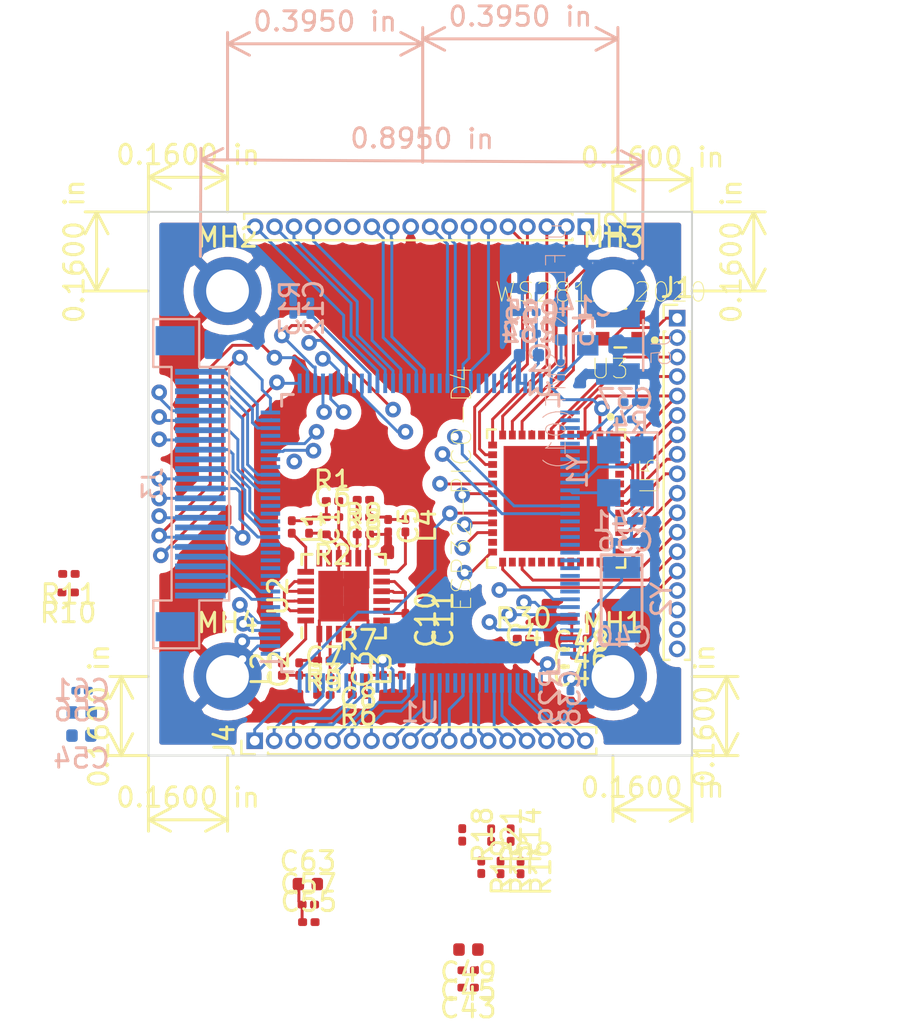
<source format=kicad_pcb>
(kicad_pcb (version 20171130) (host pcbnew 5.1.0)
  (layers (0 F.Cu signal) (1 In1.Cu signal) (2 In2.Cu signal) (31 B.Cu signal) (34 B.Paste user) (35 F.Paste user) (36 B.SilkS user) (37 F.SilkS user) (38 B.Mask user) (39 F.Mask user) (44 Edge.Cuts user))
  (net 0 "")
  (net 1 +1V8)
  (net 2 GND)
  (net 3 "Net-(C4-Pad2)")
  (net 4 +1V2)
  (net 5 +BATT)
  (net 6 +3V3)
  (net 7 "Net-(C36-Pad1)")
  (net 8 "Net-(C37-Pad1)")
  (net 9 "Net-(C40-Pad2)")
  (net 10 "Net-(C41-Pad2)")
  (net 11 "/PMIC Power Battery/SVREF")
  (net 12 "/All V3s input output/CSI_MCLK")
  (net 13 "/All V3s input output/UART0_RX")
  (net 14 "/All V3s input output/UART0_TX")
  (net 15 "/All V3s input output/USB_D_P")
  (net 16 "/All V3s input output/USB_D_N")
  (net 17 "/All V3s input output/USB_ID")
  (net 18 "/All V3s input output/HPCOMFB")
  (net 19 "/All V3s input output/HPCOM")
  (net 20 "Net-(L1-Pad2)")
  (net 21 "Net-(L4-Pad2)")
  (net 22 "Net-(R4-Pad1)")
  (net 23 "/All V3s input output/SPI_CS")
  (net 24 "Net-(R30-Pad2)")
  (net 25 "/PMIC Power Battery/VCC_PE")
  (net 26 "/All V3s input output/SPI_CLK")
  (net 27 "/All V3s input output/SPI_MOSI")
  (net 28 +2V8)
  (net 29 "Net-(C6-Pad2)")
  (net 30 "Net-(C7-Pad2)")
  (net 31 "Net-(C8-Pad2)")
  (net 32 "Net-(C9-Pad2)")
  (net 33 "/WIFI, BT, RT/EN")
  (net 34 "Net-(C13-Pad1)")
  (net 35 "/All V3s input output/RST")
  (net 36 "/All V3s input output/I2C0_SDA")
  (net 37 "/All V3s input output/I2C0_CLK")
  (net 38 "/All V3s input output/CSI_I2C_SDA")
  (net 39 "/All V3s input output/CSI_I2C_SCL")
  (net 40 "/All V3s input output/~CSI_RST")
  (net 41 "/All V3s input output/CSI_VSYNC")
  (net 42 "/All V3s input output/CSI_PWDN")
  (net 43 "/All V3s input output/CSI_HSYNC")
  (net 44 "/All V3s input output/CSI_Y9")
  (net 45 "/All V3s input output/CSI_Y8")
  (net 46 "/All V3s input output/CSI_Y7")
  (net 47 "/All V3s input output/CSI_PCLK")
  (net 48 "/All V3s input output/CSI_Y6")
  (net 49 "/All V3s input output/CSI_Y2")
  (net 50 "/All V3s input output/CSI_Y3")
  (net 51 "/All V3s input output/CSI_Y5")
  (net 52 "/All V3s input output/CSI_Y4")
  (net 53 "/All V3s input output/CSI_Y1")
  (net 54 "/All V3s input output/CSI_Y0")
  (net 55 "/All V3s input output/MICIN1P")
  (net 56 "/All V3s input output/MICIN1N")
  (net 57 "/All V3s input output/HBIAS")
  (net 58 "/All V3s input output/HPOUTL")
  (net 59 "/All V3s input output/HPOUTR")
  (net 60 "/All V3s input output/EPHY_LINK_LED")
  (net 61 "/All V3s input output/EPHY_SPD_LED")
  (net 62 "/All V3s input output/LRDAC0")
  (net 63 "/All V3s input output/PF0")
  (net 64 "/All V3s input output/PF1")
  (net 65 "/All V3s input output/PF2")
  (net 66 "/All V3s input output/PF3")
  (net 67 "/All V3s input output/PF4")
  (net 68 "/All V3s input output/PF5")
  (net 69 "Net-(L2-Pad2)")
  (net 70 "Net-(L3-Pad2)")
  (net 71 "Net-(R13-Pad1)")
  (net 72 "/WIFI, BT, RT/IO0")
  (net 73 "/WIFI, BT, RT/IO0_PULL")
  (net 74 "/All V3s input output/SDIO1_DAT0")
  (net 75 "/WIFI, BT, RT/IO2_PULL")
  (net 76 "/All V3s input output/SDIO1_DAT1")
  (net 77 "/All V3s input output/SDIO1_DAT2")
  (net 78 "/All V3s input output/SDIO1_DAT3")
  (net 79 "/All V3s input output/SDIO1_CMD")
  (net 80 "/All V3s input output/SDIO1_CLK")
  (net 81 "/WIFI, BT, RT/UART0_RX")
  (net 82 "/WIFI, BT, RT/UART0_TX")
  (net 83 "/All V3s input output/SPI_MISO")
  (net 84 "/WIFI, BT, RT/WS2812_DO")
  (net 85 "/WIFI, BT, RT/WS2812_DI")
  (net 86 EPHY_RX_N)
  (net 87 EPHY_RX_P)
  (net 88 EPHY_TX_N)
  (net 89 EPHY_TX_P)
  (net 90 "/WIFI, BT, RT/IO17")
  (net 91 "/WIFI, BT, RT/IO18")
  (net 92 "/WIFI, BT, RT/IO16")
  (net 93 "/WIFI, BT, RT/IO23")
  (net 94 "Net-(C13-Pad2)")
  (net 95 "/WIFI, BT, RT/IO22")
  (net 96 "/WIFI, BT, RT/IO19")
  (net 97 "/WIFI, BT, RT/IO42")
  (net 98 "/WIFI, BT, RT/SENSOR_CAPP")
  (net 99 "/WIFI, BT, RT/SENSOR_CAPN")
  (net 100 IO35)
  (net 101 IO32)
  (net 102 IO33)
  (net 103 IO26)
  (net 104 IO25)
  (net 105 "/All V3s input output/PB5")
  (net 106 "/All V3s input output/PB4")
  (module "U.FL-R-SMT_01_:HRS_U.FL-R-SMT(01)" (layer B.Cu) (at 163.83 83.058 90)
    (fp_text reference J5 (at -0.264782 2.24326 90) (layer B.SilkS) (effects (font (size 1.00265 1.00265) (thickness 0.05)) (justify mirror)))
    (fp_text value "U.FL-R-SMT(01)" (at -0.025296 -3.17594 90) (layer B.SilkS) (effects (font (size 1.00338 1.00338) (thickness 0.05)) (justify mirror)))
    (pad 3 smd rect (at 0 -1.55 90) (size 1.05 1.1) (layers B.Cu B.Paste B.Mask) (net 94 "Net-(C13-Pad2)"))
    (pad 2 smd rect (at 1.475 0 90) (size 1.1 2.25) (layers B.Cu B.Paste B.Mask) (net 2 GND))
    (pad 1 smd rect (at -1.475 0 90) (size 1.1 2.25) (layers B.Cu B.Paste B.Mask) (net 2 GND))
  )
  (module Capacitor_SMD:C_0201_0603Metric (layer F.Cu) (at 152.019 92.329 270)
    (fp_text reference C5 (at 0 -1.05 270) (layer F.SilkS))
    (fp_text value 22uF)
    (pad 2 smd roundrect (at 0.32 0 270) (size 0.46 0.4) (layers F.Cu F.Mask) (net 2 GND))
    (pad 1 smd roundrect (at -0.32 0 270) (size 0.46 0.4) (layers F.Cu F.Mask) (net 6 +3V3))
  )
  (module Capacitor_SMD:C_0201_0603Metric (layer F.Cu) (at 147.955 92.3925 270)
    (fp_text reference C1 (at 0 -1.05 270) (layer F.SilkS))
    (fp_text value 22uF)
    (pad 2 smd roundrect (at 0.32 0 270) (size 0.46 0.4) (layers F.Cu F.Mask) (net 2 GND))
    (pad 1 smd roundrect (at -0.32 0 270) (size 0.46 0.4) (layers F.Cu F.Mask) (net 4 +1V2))
  )
  (module Capacitor_SMD:C_0201_0603Metric (layer F.Cu) (at 147.447 99.695 90)
    (fp_text reference C2 (at 0 -1.05 90) (layer F.SilkS))
    (fp_text value 22uF)
    (pad 2 smd roundrect (at 0.32 0 90) (size 0.46 0.4) (layers F.Cu F.Mask) (net 2 GND))
    (pad 1 smd roundrect (at -0.32 0 90) (size 0.46 0.4) (layers F.Cu F.Mask) (net 1 +1V8))
  )
  (module Capacitor_SMD:C_0201_0603Metric (layer F.Cu) (at 151.765 99.695 90)
    (fp_text reference C3 (at 0 -1.05 90) (layer F.SilkS))
    (fp_text value 22uF)
    (pad 2 smd roundrect (at 0.32 0 90) (size 0.46 0.4) (layers F.Cu F.Mask) (net 2 GND))
    (pad 1 smd roundrect (at -0.32 0 90) (size 0.46 0.4) (layers F.Cu F.Mask) (net 28 +2V8))
  )
  (module Capacitor_SMD:C_0201_0603Metric (layer F.Cu) (at 158.9786 99.0346)
    (fp_text reference C4 (at 0 -1.05) (layer F.SilkS))
    (fp_text value 4.7uF)
    (pad 1 smd roundrect (at -0.32 0) (size 0.46 0.4) (layers F.Cu F.Mask) (net 2 GND))
    (pad 2 smd roundrect (at 0.32 0) (size 0.46 0.4) (layers F.Cu F.Mask) (net 3 "Net-(C4-Pad2)"))
  )
  (module Capacitor_SMD:C_0201_0603Metric (layer F.Cu) (at 149.1615 91.8845)
    (fp_text reference C6 (at 0 -1.05) (layer F.SilkS))
    (fp_text value 220pF)
    (pad 1 smd roundrect (at -0.32 0) (size 0.46 0.4) (layers F.Cu F.Mask) (net 4 +1V2))
    (pad 2 smd roundrect (at 0.32 0) (size 0.46 0.4) (layers F.Cu F.Mask) (net 29 "Net-(C6-Pad2)"))
  )
  (module Capacitor_SMD:C_0201_0603Metric (layer F.Cu) (at 148.717 100.1395)
    (fp_text reference C7 (at 0 -1.05) (layer F.SilkS))
    (fp_text value 220pF)
    (pad 1 smd roundrect (at -0.32 0) (size 0.46 0.4) (layers F.Cu F.Mask) (net 1 +1V8))
    (pad 2 smd roundrect (at 0.32 0) (size 0.46 0.4) (layers F.Cu F.Mask) (net 30 "Net-(C7-Pad2)"))
  )
  (module Capacitor_SMD:C_0201_0603Metric (layer F.Cu) (at 150.495 100.1395 180)
    (fp_text reference C8 (at 0 -1.05 180) (layer F.SilkS))
    (fp_text value 220pF)
    (pad 1 smd roundrect (at -0.32 0 180) (size 0.46 0.4) (layers F.Cu F.Mask) (net 28 +2V8))
    (pad 2 smd roundrect (at 0.32 0 180) (size 0.46 0.4) (layers F.Cu F.Mask) (net 31 "Net-(C8-Pad2)"))
  )
  (module Capacitor_SMD:C_0201_0603Metric (layer F.Cu) (at 150.749 91.8845 180)
    (fp_text reference C9 (at 0 -1.05 180) (layer F.SilkS))
    (fp_text value 220pF)
    (pad 1 smd roundrect (at -0.32 0 180) (size 0.46 0.4) (layers F.Cu F.Mask) (net 6 +3V3))
    (pad 2 smd roundrect (at 0.32 0 180) (size 0.46 0.4) (layers F.Cu F.Mask) (net 32 "Net-(C9-Pad2)"))
  )
  (module Capacitor_SMD:C_0201_0603Metric (layer F.Cu) (at 152.908 97.155 270)
    (fp_text reference C10 (at 0 -1.05 270) (layer F.SilkS))
    (fp_text value 10uF)
    (pad 2 smd roundrect (at 0.32 0 270) (size 0.46 0.4) (layers F.Cu F.Mask) (net 2 GND))
    (pad 1 smd roundrect (at -0.32 0 270) (size 0.46 0.4) (layers F.Cu F.Mask) (net 5 +BATT))
  )
  (module Capacitor_SMD:C_0201_0603Metric (layer F.Cu) (at 153.797 97.155 270)
    (fp_text reference C11 (at 0 -1.05 270) (layer F.SilkS))
    (fp_text value 10uF)
    (pad 1 smd roundrect (at -0.32 0 270) (size 0.46 0.4) (layers F.Cu F.Mask) (net 5 +BATT))
    (pad 2 smd roundrect (at 0.32 0 270) (size 0.46 0.4) (layers F.Cu F.Mask) (net 2 GND))
  )
  (module Capacitor_SMD:C_0201_0603Metric (layer B.Cu) (at 147.1422 81.1403 90)
    (fp_text reference C12 (at 0 1.05 90) (layer B.SilkS) (effects (justify mirror)))
    (fp_text value 0.1uF)
    (pad 2 smd roundrect (at 0.32 0 90) (size 0.46 0.4) (layers B.Cu B.Mask) (net 2 GND))
    (pad 1 smd roundrect (at -0.32 0 90) (size 0.46 0.4) (layers B.Cu B.Mask) (net 33 "/WIFI, BT, RT/EN"))
  )
  (module Capacitor_SMD:C_0201_0603Metric (layer B.Cu) (at 160.909 84.328 270)
    (fp_text reference C13 (at 0 1.05 270) (layer B.SilkS) (effects (justify mirror)))
    (fp_text value 4.7pF)
    (pad 1 smd roundrect (at -0.32 0 270) (size 0.46 0.4) (layers B.Cu B.Mask) (net 34 "Net-(C13-Pad1)"))
    (pad 2 smd roundrect (at 0.32 0 270) (size 0.46 0.4) (layers B.Cu B.Mask) (net 94 "Net-(C13-Pad2)"))
  )
  (module Capacitor_SMD:C_0201_0603Metric (layer B.Cu) (at 162.179 80.01)
    (fp_text reference C14 (at 0 1.05) (layer B.SilkS) (effects (justify mirror)))
    (fp_text value 2.7pF)
    (pad 2 smd roundrect (at 0.32 0) (size 0.46 0.4) (layers B.Cu B.Mask) (net 2 GND))
    (pad 1 smd roundrect (at -0.32 0) (size 0.46 0.4) (layers B.Cu B.Mask) (net 94 "Net-(C13-Pad2)"))
  )
  (module Capacitor_SMD:C_0201_0603Metric (layer B.Cu) (at 164.211 92.075)
    (fp_text reference C36 (at 0 1.05) (layer B.SilkS) (effects (justify mirror)))
    (fp_text value 18pF)
    (pad 2 smd roundrect (at 0.32 0) (size 0.46 0.4) (layers B.Cu B.Mask) (net 2 GND))
    (pad 1 smd roundrect (at -0.32 0) (size 0.46 0.4) (layers B.Cu B.Mask) (net 7 "Net-(C36-Pad1)"))
  )
  (module Capacitor_SMD:C_0201_0603Metric (layer B.Cu) (at 164.211 86.868 180)
    (fp_text reference C37 (at 0 1.05 180) (layer B.SilkS) (effects (justify mirror)))
    (fp_text value 18pF)
    (pad 1 smd roundrect (at -0.32 0 180) (size 0.46 0.4) (layers B.Cu B.Mask) (net 8 "Net-(C37-Pad1)"))
    (pad 2 smd roundrect (at 0.32 0 180) (size 0.46 0.4) (layers B.Cu B.Mask) (net 2 GND))
  )
  (module Capacitor_SMD:C_0201_0603Metric (layer B.Cu) (at 162.433 101.1682 270)
    (fp_text reference C38 (at 0 1.05 270) (layer B.SilkS) (effects (justify mirror)))
    (fp_text value 1uF)
    (pad 1 smd roundrect (at -0.32 0 270) (size 0.46 0.4) (layers B.Cu B.Mask) (net 2 GND))
    (pad 2 smd roundrect (at 0.32 0 270) (size 0.46 0.4) (layers B.Cu B.Mask) (net 35 "/All V3s input output/RST"))
  )
  (module Capacitor_SMD:C_0201_0603Metric (layer B.Cu) (at 164.1221 99.0981 180)
    (fp_text reference C40 (at 0 1.05 180) (layer B.SilkS) (effects (justify mirror)))
    (fp_text value 20pF)
    (pad 2 smd roundrect (at 0.32 0 180) (size 0.46 0.4) (layers B.Cu B.Mask) (net 9 "Net-(C40-Pad2)"))
    (pad 1 smd roundrect (at -0.32 0 180) (size 0.46 0.4) (layers B.Cu B.Mask) (net 2 GND))
  )
  (module Capacitor_SMD:C_0201_0603Metric (layer B.Cu) (at 163.957 93.1545 180)
    (fp_text reference C41 (at 0 1.05 180) (layer B.SilkS) (effects (justify mirror)))
    (fp_text value 20pF)
    (pad 1 smd roundrect (at -0.32 0 180) (size 0.46 0.4) (layers B.Cu B.Mask) (net 2 GND))
    (pad 2 smd roundrect (at 0.32 0 180) (size 0.46 0.4) (layers B.Cu B.Mask) (net 10 "Net-(C41-Pad2)"))
  )
  (module Capacitor_SMD:C_0201_0603Metric (layer F.Cu) (at 156.1338 116.0653 180)
    (fp_text reference C43 (at 0 -1.05 180) (layer F.SilkS))
    (fp_text value 10uF)
    (pad 1 smd roundrect (at -0.32 0 180) (size 0.46 0.4) (layers F.Cu F.Mask) (net 1 +1V8))
    (pad 2 smd roundrect (at 0.32 0 180) (size 0.46 0.4) (layers F.Cu F.Mask) (net 2 GND))
  )
  (module Capacitor_SMD:C_0201_0603Metric (layer F.Cu) (at 161.925 99.0092 180)
    (fp_text reference C44 (at 0 -1.05 180) (layer F.SilkS))
    (fp_text value 10uF)
    (pad 1 smd roundrect (at -0.32 0 180) (size 0.46 0.4) (layers F.Cu F.Mask) (net 6 +3V3))
    (pad 2 smd roundrect (at 0.32 0 180) (size 0.46 0.4) (layers F.Cu F.Mask) (net 2 GND))
  )
  (module Capacitor_SMD:C_0201_0603Metric (layer F.Cu) (at 156.1363 115.1763 180)
    (fp_text reference C45 (at 0 -1.05 180) (layer F.SilkS))
    (fp_text value 1uF)
    (pad 2 smd roundrect (at 0.32 0 180) (size 0.46 0.4) (layers F.Cu F.Mask) (net 2 GND))
    (pad 1 smd roundrect (at -0.32 0 180) (size 0.46 0.4) (layers F.Cu F.Mask) (net 1 +1V8))
  )
  (module Capacitor_SMD:C_0201_0603Metric (layer F.Cu) (at 161.925 98.1202 180)
    (fp_text reference C46 (at 0 -1.05 180) (layer F.SilkS))
    (fp_text value 1uF)
    (pad 2 smd roundrect (at 0.32 0 180) (size 0.46 0.4) (layers F.Cu F.Mask) (net 2 GND))
    (pad 1 smd roundrect (at -0.32 0 180) (size 0.46 0.4) (layers F.Cu F.Mask) (net 6 +3V3))
  )
  (module Capacitor_SMD:C_0402_1005Metric (layer F.Cu) (at 161.944799 97.108199 180)
    (fp_text reference C48 (at 0 -1.17 180) (layer F.SilkS))
    (fp_text value 100nF)
    (pad 1 smd roundrect (at -0.485 0 180) (size 0.59 0.64) (layers F.Cu F.Paste F.Mask) (net 6 +3V3))
    (pad 2 smd roundrect (at 0.485 0 180) (size 0.59 0.64) (layers F.Cu F.Paste F.Mask) (net 2 GND))
  )
  (module Capacitor_SMD:C_0402_1005Metric (layer F.Cu) (at 156.1465 114.1095 180)
    (fp_text reference C49 (at 0 -1.17 180) (layer F.SilkS))
    (fp_text value 100nF)
    (pad 2 smd roundrect (at 0.485 0 180) (size 0.59 0.64) (layers F.Cu F.Paste F.Mask) (net 2 GND))
    (pad 1 smd roundrect (at -0.485 0 180) (size 0.59 0.64) (layers F.Cu F.Paste F.Mask) (net 1 +1V8))
  )
  (module Capacitor_SMD:C_0402_1005Metric (layer B.Cu) (at 136.252641 103.115119)
    (fp_text reference C54 (at 0 1.17) (layer B.SilkS) (effects (justify mirror)))
    (fp_text value 100nF)
    (pad 2 smd roundrect (at 0.485 0) (size 0.59 0.64) (layers B.Cu B.Paste B.Mask) (net 2 GND))
    (pad 1 smd roundrect (at -0.485 0) (size 0.59 0.64) (layers B.Cu B.Paste B.Mask) (net 6 +3V3))
  )
  (module Capacitor_SMD:C_0201_0603Metric (layer F.Cu) (at 147.9423 112.6998)
    (fp_text reference C55 (at 0 -1.05) (layer F.SilkS))
    (fp_text value 10uF)
    (pad 2 smd roundrect (at 0.32 0) (size 0.46 0.4) (layers F.Cu F.Mask) (net 2 GND))
    (pad 1 smd roundrect (at -0.32 0) (size 0.46 0.4) (layers F.Cu F.Mask) (net 4 +1V2))
  )
  (module Capacitor_SMD:C_0201_0603Metric (layer B.Cu) (at 136.28624 100.80752)
    (fp_text reference C56 (at 0 1.05) (layer B.SilkS) (effects (justify mirror)))
    (fp_text value 10uF)
    (pad 1 smd roundrect (at -0.32 0) (size 0.46 0.4) (layers B.Cu B.Mask) (net 6 +3V3))
    (pad 2 smd roundrect (at 0.32 0) (size 0.46 0.4) (layers B.Cu B.Mask) (net 2 GND))
  )
  (module Capacitor_SMD:C_0201_0603Metric (layer F.Cu) (at 147.9169 111.7981)
    (fp_text reference C57 (at 0 -1.05) (layer F.SilkS))
    (fp_text value 1uF)
    (pad 2 smd roundrect (at 0.32 0) (size 0.46 0.4) (layers F.Cu F.Mask) (net 2 GND))
    (pad 1 smd roundrect (at -0.32 0) (size 0.46 0.4) (layers F.Cu F.Mask) (net 4 +1V2))
  )
  (module Capacitor_SMD:C_0402_1005Metric (layer B.Cu) (at 136.27354 101.92512 180)
    (fp_text reference C61 (at 0 1.17 180) (layer B.SilkS) (effects (justify mirror)))
    (fp_text value 100nF)
    (pad 1 smd roundrect (at -0.485 0 180) (size 0.59 0.64) (layers B.Cu B.Paste B.Mask) (net 2 GND))
    (pad 2 smd roundrect (at 0.485 0 180) (size 0.59 0.64) (layers B.Cu B.Paste B.Mask) (net 6 +3V3))
  )
  (module Capacitor_SMD:C_0402_1005Metric (layer F.Cu) (at 147.8915 110.744)
    (fp_text reference C63 (at 0 -1.17) (layer F.SilkS))
    (fp_text value 100nF)
    (pad 2 smd roundrect (at 0.485 0) (size 0.59 0.64) (layers F.Cu F.Paste F.Mask) (net 2 GND))
    (pad 1 smd roundrect (at -0.485 0) (size 0.59 0.64) (layers F.Cu F.Paste F.Mask) (net 4 +1V2))
  )
  (module Capacitor_SMD:C_0402_1005Metric (layer B.Cu) (at 159.258 83.566 180)
    (fp_text reference C64 (at 0 1.17 180) (layer B.SilkS) (effects (justify mirror)))
    (fp_text value 100nF)
    (pad 1 smd roundrect (at -0.485 0 180) (size 0.59 0.64) (layers B.Cu B.Paste B.Mask) (net 11 "/PMIC Power Battery/SVREF"))
    (pad 2 smd roundrect (at 0.485 0 180) (size 0.59 0.64) (layers B.Cu B.Paste B.Mask) (net 1 +1V8))
  )
  (module Capacitor_SMD:C_0402_1005Metric (layer B.Cu) (at 159.3977 80.1116)
    (fp_text reference C65 (at 0 1.17) (layer B.SilkS) (effects (justify mirror)))
    (fp_text value 100nF)
    (pad 2 smd roundrect (at 0.485 0) (size 0.59 0.64) (layers B.Cu B.Paste B.Mask) (net 11 "/PMIC Power Battery/SVREF"))
    (pad 1 smd roundrect (at -0.485 0) (size 0.59 0.64) (layers B.Cu B.Paste B.Mask) (net 2 GND))
  )
  (module OB_ESP32:FPC_24_CAM (layer B.Cu) (at 142.367 90.17 90)
    (fp_text reference J3 (at 0 -2.45 90) (layer B.SilkS) (effects (justify mirror)))
    (fp_text value CAM)
    (pad 1 smd rect (at -5.75 0 90) (size 0.3 2.6) (layers B.Cu B.Paste B.Mask))
    (pad 2 smd rect (at -5.25 0 90) (size 0.3 2.6) (layers B.Cu B.Paste B.Mask) (net 2 GND))
    (pad 3 smd rect (at -4.75 0 90) (size 0.3 2.6) (layers B.Cu B.Paste B.Mask) (net 38 "/All V3s input output/CSI_I2C_SDA"))
    (pad 4 smd rect (at -4.25 0 90) (size 0.3 2.6) (layers B.Cu B.Paste B.Mask) (net 28 +2V8))
    (pad 5 smd rect (at -3.75 0 90) (size 0.3 2.6) (layers B.Cu B.Paste B.Mask) (net 39 "/All V3s input output/CSI_I2C_SCL"))
    (pad 6 smd rect (at -3.25 0 90) (size 0.3 2.6) (layers B.Cu B.Paste B.Mask) (net 40 "/All V3s input output/~CSI_RST"))
    (pad 7 smd rect (at -2.75 0 90) (size 0.3 2.6) (layers B.Cu B.Paste B.Mask) (net 41 "/All V3s input output/CSI_VSYNC"))
    (pad 8 smd rect (at -2.25 0 90) (size 0.3 2.6) (layers B.Cu B.Paste B.Mask) (net 42 "/All V3s input output/CSI_PWDN"))
    (pad 9 smd rect (at -1.75 0 90) (size 0.3 2.6) (layers B.Cu B.Paste B.Mask) (net 43 "/All V3s input output/CSI_HSYNC"))
    (pad 10 smd rect (at -1.25 0 90) (size 0.3 2.6) (layers B.Cu B.Paste B.Mask))
    (pad 11 smd rect (at -0.75 0 90) (size 0.3 2.6) (layers B.Cu B.Paste B.Mask) (net 1 +1V8))
    (pad 12 smd rect (at -0.25 0 90) (size 0.3 2.6) (layers B.Cu B.Paste B.Mask) (net 44 "/All V3s input output/CSI_Y9"))
    (pad 13 smd rect (at 0.25 0 90) (size 0.3 2.6) (layers B.Cu B.Paste B.Mask) (net 12 "/All V3s input output/CSI_MCLK"))
    (pad 14 smd rect (at 0.75 0 90) (size 0.3 2.6) (layers B.Cu B.Paste B.Mask) (net 45 "/All V3s input output/CSI_Y8"))
    (pad 15 smd rect (at 1.25 0 90) (size 0.3 2.6) (layers B.Cu B.Paste B.Mask) (net 2 GND))
    (pad 16 smd rect (at 1.75 0 90) (size 0.3 2.6) (layers B.Cu B.Paste B.Mask) (net 46 "/All V3s input output/CSI_Y7"))
    (pad 17 smd rect (at 2.25 0 90) (size 0.3 2.6) (layers B.Cu B.Paste B.Mask) (net 47 "/All V3s input output/CSI_PCLK"))
    (pad 18 smd rect (at 2.75 0 90) (size 0.3 2.6) (layers B.Cu B.Paste B.Mask) (net 48 "/All V3s input output/CSI_Y6"))
    (pad 19 smd rect (at 3.25 0 90) (size 0.3 2.6) (layers B.Cu B.Paste B.Mask) (net 49 "/All V3s input output/CSI_Y2"))
    (pad 20 smd rect (at 3.75 0 90) (size 0.3 2.6) (layers B.Cu B.Paste B.Mask) (net 50 "/All V3s input output/CSI_Y3"))
    (pad 21 smd rect (at 4.25 0 90) (size 0.3 2.6) (layers B.Cu B.Paste B.Mask) (net 51 "/All V3s input output/CSI_Y5"))
    (pad 22 smd rect (at 4.75 0 90) (size 0.3 2.6) (layers B.Cu B.Paste B.Mask) (net 52 "/All V3s input output/CSI_Y4"))
    (pad 23 smd rect (at 5.25 0 90) (size 0.3 2.6) (layers B.Cu B.Paste B.Mask) (net 53 "/All V3s input output/CSI_Y1"))
    (pad 24 smd rect (at 5.75 0 90) (size 0.3 2.6) (layers B.Cu B.Paste B.Mask) (net 54 "/All V3s input output/CSI_Y0"))
    (pad 0 smd rect (at -7.35 -1.3 90) (size 1.5 2) (layers B.Cu B.Paste B.Mask))
    (pad 0 smd rect (at 7.35 -1.3 90) (size 1.5 2) (layers B.Cu B.Paste B.Mask))
  )
  (module Inductor_SMD:L_0201_0603Metric (layer F.Cu) (at 147.066 92.3925 270)
    (fp_text reference L1 (at 0 -1.05 270) (layer F.SilkS))
    (fp_text value "2.2 uH")
    (pad 1 smd roundrect (at -0.32 0 270) (size 0.46 0.4) (layers F.Cu F.Mask) (net 4 +1V2))
    (pad 2 smd roundrect (at 0.32 0 270) (size 0.46 0.4) (layers F.Cu F.Mask) (net 20 "Net-(L1-Pad2)"))
  )
  (module Inductor_SMD:L_0201_0603Metric (layer F.Cu) (at 146.558 99.695 90)
    (fp_text reference L2 (at 0 -1.05 90) (layer F.SilkS))
    (fp_text value "2.2 uH")
    (pad 2 smd roundrect (at 0.32 0 90) (size 0.46 0.4) (layers F.Cu F.Mask) (net 69 "Net-(L2-Pad2)"))
    (pad 1 smd roundrect (at -0.32 0 90) (size 0.46 0.4) (layers F.Cu F.Mask) (net 1 +1V8))
  )
  (module Inductor_SMD:L_0201_0603Metric (layer F.Cu) (at 152.7175 99.695 90)
    (fp_text reference L3 (at 0 -1.05 90) (layer F.SilkS))
    (fp_text value "2.2 uH")
    (pad 1 smd roundrect (at -0.32 0 90) (size 0.46 0.4) (layers F.Cu F.Mask) (net 28 +2V8))
    (pad 2 smd roundrect (at 0.32 0 90) (size 0.46 0.4) (layers F.Cu F.Mask) (net 70 "Net-(L3-Pad2)"))
  )
  (module Inductor_SMD:L_0201_0603Metric (layer F.Cu) (at 152.908 92.329 270)
    (fp_text reference L4 (at 0 -1.05 270) (layer F.SilkS))
    (fp_text value "2.2 uH")
    (pad 2 smd roundrect (at 0.32 0 270) (size 0.46 0.4) (layers F.Cu F.Mask) (net 21 "Net-(L4-Pad2)"))
    (pad 1 smd roundrect (at -0.32 0 270) (size 0.46 0.4) (layers F.Cu F.Mask) (net 6 +3V3))
  )
  (module Inductor_SMD:L_0402_1005Metric (layer B.Cu) (at 160.909 82.296 90)
    (fp_text reference L5 (at 0 1.17 90) (layer B.SilkS) (effects (justify mirror)))
    (fp_text value 1.6nH)
    (pad 1 smd roundrect (at -0.485 0 90) (size 0.59 0.64) (layers B.Cu B.Paste B.Mask) (net 34 "Net-(C13-Pad1)"))
    (pad 2 smd roundrect (at 0.485 0 90) (size 0.59 0.64) (layers B.Cu B.Paste B.Mask) (net 2 GND))
  )
  (module Resistor_SMD:R_0201_0603Metric (layer F.Cu) (at 149.1615 91.059)
    (fp_text reference R1 (at 0 -1.05) (layer F.SilkS))
    (fp_text value 150K)
    (pad 2 smd roundrect (at 0.32 0) (size 0.46 0.4) (layers F.Cu F.Mask) (net 29 "Net-(C6-Pad2)"))
    (pad 1 smd roundrect (at -0.32 0) (size 0.46 0.4) (layers F.Cu F.Mask) (net 4 +1V2))
  )
  (module Resistor_SMD:R_0201_0603Metric (layer F.Cu) (at 149.1615 92.7735 180)
    (fp_text reference R2 (at 0 -1.05 180) (layer F.SilkS))
    (fp_text value 150K)
    (pad 1 smd roundrect (at -0.32 0 180) (size 0.46 0.4) (layers F.Cu F.Mask) (net 29 "Net-(C6-Pad2)"))
    (pad 2 smd roundrect (at 0.32 0 180) (size 0.46 0.4) (layers F.Cu F.Mask) (net 2 GND))
  )
  (module Resistor_SMD:R_0201_0603Metric (layer F.Cu) (at 148.717 101.0285)
    (fp_text reference R3 (at 0 -1.05) (layer F.SilkS))
    (fp_text value 200K)
    (pad 2 smd roundrect (at 0.32 0) (size 0.46 0.4) (layers F.Cu F.Mask) (net 30 "Net-(C7-Pad2)"))
    (pad 1 smd roundrect (at -0.32 0) (size 0.46 0.4) (layers F.Cu F.Mask) (net 1 +1V8))
  )
  (module Resistor_SMD:R_0201_0603Metric (layer B.Cu) (at 164.465 85.979)
    (fp_text reference R4 (at 0 1.05) (layer B.SilkS) (effects (justify mirror)))
    (fp_text value "240R 1%")
    (pad 1 smd roundrect (at -0.32 0) (size 0.46 0.4) (layers B.Cu B.Mask) (net 22 "Net-(R4-Pad1)"))
    (pad 2 smd roundrect (at 0.32 0) (size 0.46 0.4) (layers B.Cu B.Mask) (net 2 GND))
  )
  (module Resistor_SMD:R_0201_0603Metric (layer F.Cu) (at 148.717 99.2505 180)
    (fp_text reference R5 (at 0 -1.05 180) (layer F.SilkS))
    (fp_text value 100K)
    (pad 1 smd roundrect (at -0.32 0 180) (size 0.46 0.4) (layers F.Cu F.Mask) (net 30 "Net-(C7-Pad2)"))
    (pad 2 smd roundrect (at 0.32 0 180) (size 0.46 0.4) (layers F.Cu F.Mask) (net 2 GND))
  )
  (module Resistor_SMD:R_0201_0603Metric (layer F.Cu) (at 150.495 101.0285 180)
    (fp_text reference R6 (at 0 -1.05 180) (layer F.SilkS))
    (fp_text value 360K)
    (pad 2 smd roundrect (at 0.32 0 180) (size 0.46 0.4) (layers F.Cu F.Mask) (net 31 "Net-(C8-Pad2)"))
    (pad 1 smd roundrect (at -0.32 0 180) (size 0.46 0.4) (layers F.Cu F.Mask) (net 28 +2V8))
  )
  (module Resistor_SMD:R_0201_0603Metric (layer F.Cu) (at 150.495 99.2505)
    (fp_text reference R7 (at 0 -1.05) (layer F.SilkS))
    (fp_text value 100K)
    (pad 1 smd roundrect (at -0.32 0) (size 0.46 0.4) (layers F.Cu F.Mask) (net 31 "Net-(C8-Pad2)"))
    (pad 2 smd roundrect (at 0.32 0) (size 0.46 0.4) (layers F.Cu F.Mask) (net 2 GND))
  )
  (module Resistor_SMD:R_0201_0603Metric (layer F.Cu) (at 150.749 90.9955 180)
    (fp_text reference R8 (at 0 -1.05 180) (layer F.SilkS))
    (fp_text value 680K)
    (pad 2 smd roundrect (at 0.32 0 180) (size 0.46 0.4) (layers F.Cu F.Mask) (net 32 "Net-(C9-Pad2)"))
    (pad 1 smd roundrect (at -0.32 0 180) (size 0.46 0.4) (layers F.Cu F.Mask) (net 6 +3V3))
  )
  (module Resistor_SMD:R_0201_0603Metric (layer F.Cu) (at 150.749 92.7735)
    (fp_text reference R9 (at 0 -1.05) (layer F.SilkS))
    (fp_text value 150K)
    (pad 1 smd roundrect (at -0.32 0) (size 0.46 0.4) (layers F.Cu F.Mask) (net 32 "Net-(C9-Pad2)"))
    (pad 2 smd roundrect (at 0.32 0) (size 0.46 0.4) (layers F.Cu F.Mask) (net 2 GND))
  )
  (module Resistor_SMD:R_0201_0603Metric (layer F.Cu) (at 135.5725 95.758 180)
    (fp_text reference R10 (at 0 -1.05 180) (layer F.SilkS))
    (fp_text value 2K)
    (pad 2 smd roundrect (at 0.32 0 180) (size 0.46 0.4) (layers F.Cu F.Mask) (net 38 "/All V3s input output/CSI_I2C_SDA"))
    (pad 1 smd roundrect (at -0.32 0 180) (size 0.46 0.4) (layers F.Cu F.Mask) (net 1 +1V8))
  )
  (module Resistor_SMD:R_0201_0603Metric (layer F.Cu) (at 135.6106 94.8055 180)
    (fp_text reference R11 (at 0 -1.05 180) (layer F.SilkS))
    (fp_text value 2K)
    (pad 1 smd roundrect (at -0.32 0 180) (size 0.46 0.4) (layers F.Cu F.Mask) (net 1 +1V8))
    (pad 2 smd roundrect (at 0.32 0 180) (size 0.46 0.4) (layers F.Cu F.Mask) (net 39 "/All V3s input output/CSI_I2C_SCL"))
  )
  (module Resistor_SMD:R_0201_0603Metric (layer B.Cu) (at 148.0185 81.153 270)
    (fp_text reference R13 (at 0 1.05 270) (layer B.SilkS) (effects (justify mirror)))
    (fp_text value 50K)
    (pad 2 smd roundrect (at 0.32 0 270) (size 0.46 0.4) (layers B.Cu B.Mask) (net 33 "/WIFI, BT, RT/EN"))
    (pad 1 smd roundrect (at -0.32 0 270) (size 0.46 0.4) (layers B.Cu B.Mask) (net 71 "Net-(R13-Pad1)"))
  )
  (module Resistor_SMD:R_0201_0603Metric (layer F.Cu) (at 158.3182 108.2294 270)
    (fp_text reference R14 (at 0 -1.05 270) (layer F.SilkS))
    (fp_text value 50K)
    (pad 1 smd roundrect (at -0.32 0 270) (size 0.46 0.4) (layers F.Cu F.Mask) (net 72 "/WIFI, BT, RT/IO0"))
    (pad 2 smd roundrect (at 0.32 0 270) (size 0.46 0.4) (layers F.Cu F.Mask) (net 73 "/WIFI, BT, RT/IO0_PULL"))
  )
  (module Resistor_SMD:R_0201_0603Metric (layer F.Cu) (at 157.7975 109.8931 270)
    (fp_text reference R15 (at 0 -1.05 270) (layer F.SilkS))
    (fp_text value 50K)
    (pad 1 smd roundrect (at -0.32 0 270) (size 0.46 0.4) (layers F.Cu F.Mask) (net 74 "/All V3s input output/SDIO1_DAT0"))
    (pad 2 smd roundrect (at 0.32 0 270) (size 0.46 0.4) (layers F.Cu F.Mask) (net 75 "/WIFI, BT, RT/IO2_PULL"))
  )
  (module Resistor_SMD:R_0201_0603Metric (layer F.Cu) (at 158.8262 109.8956 270)
    (fp_text reference R16 (at 0 -1.05 270) (layer F.SilkS))
    (fp_text value 50K)
    (pad 2 smd roundrect (at 0.32 0 270) (size 0.46 0.4) (layers F.Cu F.Mask) (net 6 +3V3))
    (pad 1 smd roundrect (at -0.32 0 270) (size 0.46 0.4) (layers F.Cu F.Mask) (net 76 "/All V3s input output/SDIO1_DAT1"))
  )
  (module Resistor_SMD:R_0201_0603Metric (layer F.Cu) (at 155.829 108.2167 270)
    (fp_text reference R18 (at 0 -1.05 270) (layer F.SilkS))
    (fp_text value 50K)
    (pad 1 smd roundrect (at -0.32 0 270) (size 0.46 0.4) (layers F.Cu F.Mask) (net 77 "/All V3s input output/SDIO1_DAT2"))
    (pad 2 smd roundrect (at 0.32 0 270) (size 0.46 0.4) (layers F.Cu F.Mask) (net 6 +3V3))
  )
  (module Resistor_SMD:R_0201_0603Metric (layer F.Cu) (at 156.8069 109.8804 270)
    (fp_text reference R19 (at 0 -1.05 270) (layer F.SilkS))
    (fp_text value 50K)
    (pad 1 smd roundrect (at -0.32 0 270) (size 0.46 0.4) (layers F.Cu F.Mask) (net 78 "/All V3s input output/SDIO1_DAT3"))
    (pad 2 smd roundrect (at 0.32 0 270) (size 0.46 0.4) (layers F.Cu F.Mask) (net 6 +3V3))
  )
  (module Resistor_SMD:R_0201_0603Metric (layer F.Cu) (at 157.3149 108.2294 270)
    (fp_text reference R21 (at 0 -1.05 270) (layer F.SilkS))
    (fp_text value 50K)
    (pad 2 smd roundrect (at 0.32 0 270) (size 0.46 0.4) (layers F.Cu F.Mask) (net 6 +3V3))
    (pad 1 smd roundrect (at -0.32 0 270) (size 0.46 0.4) (layers F.Cu F.Mask) (net 79 "/All V3s input output/SDIO1_CMD"))
  )
  (module Resistor_SMD:R_0201_0603Metric (layer B.Cu) (at 161.3916 101.1301 270)
    (fp_text reference R29 (at 0 1.05 270) (layer B.SilkS) (effects (justify mirror)))
    (fp_text value 2K)
    (pad 1 smd roundrect (at -0.32 0 270) (size 0.46 0.4) (layers B.Cu B.Mask) (net 6 +3V3))
    (pad 2 smd roundrect (at 0.32 0 270) (size 0.46 0.4) (layers B.Cu B.Mask) (net 35 "/All V3s input output/RST"))
  )
  (module Resistor_SMD:R_0201_0603Metric (layer F.Cu) (at 158.9786 98.1329)
    (fp_text reference R30 (at 0 -1.05) (layer F.SilkS))
    (fp_text value "6K 1%")
    (pad 2 smd roundrect (at 0.32 0) (size 0.46 0.4) (layers F.Cu F.Mask) (net 24 "Net-(R30-Pad2)"))
    (pad 1 smd roundrect (at -0.32 0) (size 0.46 0.4) (layers F.Cu F.Mask) (net 2 GND))
  )
  (module Resistor_SMD:R_0201_0603Metric (layer B.Cu) (at 159.3215 82.4611 180)
    (fp_text reference R31 (at 0 1.05 180) (layer B.SilkS) (effects (justify mirror)))
    (fp_text value "2K 1%")
    (pad 2 smd roundrect (at 0.32 0 180) (size 0.46 0.4) (layers B.Cu B.Mask) (net 1 +1V8))
    (pad 1 smd roundrect (at -0.32 0 180) (size 0.46 0.4) (layers B.Cu B.Mask) (net 11 "/PMIC Power Battery/SVREF"))
  )
  (module Resistor_SMD:R_0201_0603Metric (layer B.Cu) (at 159.3088 81.3562)
    (fp_text reference R32 (at 0 1.05) (layer B.SilkS) (effects (justify mirror)))
    (fp_text value "2K 1%")
    (pad 1 smd roundrect (at -0.32 0) (size 0.46 0.4) (layers B.Cu B.Mask) (net 2 GND))
    (pad 2 smd roundrect (at 0.32 0) (size 0.46 0.4) (layers B.Cu B.Mask) (net 11 "/PMIC Power Battery/SVREF"))
  )
  (module V3s:LQFP-128_14x14mm_P0.4mm (layer B.Cu) (at 153.67 92.71)
    (fp_text reference U1 (at 0 9.2) (layer B.SilkS) (effects (justify mirror)))
    (fp_text value V3S)
    (pad 1 smd rect (at -7.7 6.2) (size 1 0.2) (layers B.Cu B.Paste B.Mask) (net 77 "/All V3s input output/SDIO1_DAT2"))
    (pad 2 smd rect (at -7.7 5.8) (size 1 0.2) (layers B.Cu B.Paste B.Mask) (net 76 "/All V3s input output/SDIO1_DAT1"))
    (pad 3 smd rect (at -7.7 5.4) (size 1 0.2) (layers B.Cu B.Paste B.Mask) (net 74 "/All V3s input output/SDIO1_DAT0"))
    (pad 4 smd rect (at -7.7 5) (size 1 0.2) (layers B.Cu B.Paste B.Mask) (net 79 "/All V3s input output/SDIO1_CMD"))
    (pad 5 smd rect (at -7.7 4.6) (size 1 0.2) (layers B.Cu B.Paste B.Mask) (net 80 "/All V3s input output/SDIO1_CLK"))
    (pad 6 smd rect (at -7.7 4.2) (size 1 0.2) (layers B.Cu B.Paste B.Mask))
    (pad 7 smd rect (at -7.7 3.8) (size 1 0.2) (layers B.Cu B.Paste B.Mask))
    (pad 8 smd rect (at -7.7 3.4) (size 1 0.2) (layers B.Cu B.Paste B.Mask) (net 38 "/All V3s input output/CSI_I2C_SDA"))
    (pad 9 smd rect (at -7.7 3) (size 1 0.2) (layers B.Cu B.Paste B.Mask) (net 39 "/All V3s input output/CSI_I2C_SCL"))
    (pad 10 smd rect (at -7.7 2.6) (size 1 0.2) (layers B.Cu B.Paste B.Mask))
    (pad 11 smd rect (at -7.7 2.2) (size 1 0.2) (layers B.Cu B.Paste B.Mask))
    (pad 12 smd rect (at -7.7 1.8) (size 1 0.2) (layers B.Cu B.Paste B.Mask) (net 25 "/PMIC Power Battery/VCC_PE"))
    (pad 13 smd rect (at -7.7 1.4) (size 1 0.2) (layers B.Cu B.Paste B.Mask))
    (pad 14 smd rect (at -7.7 1) (size 1 0.2) (layers B.Cu B.Paste B.Mask))
    (pad 15 smd rect (at -7.7 0.6) (size 1 0.2) (layers B.Cu B.Paste B.Mask) (net 75 "/WIFI, BT, RT/IO2_PULL"))
    (pad 16 smd rect (at -7.7 0.2) (size 1 0.2) (layers B.Cu B.Paste B.Mask) (net 44 "/All V3s input output/CSI_Y9"))
    (pad 17 smd rect (at -7.7 -0.2) (size 1 0.2) (layers B.Cu B.Paste B.Mask) (net 45 "/All V3s input output/CSI_Y8"))
    (pad 18 smd rect (at -7.7 -0.6) (size 1 0.2) (layers B.Cu B.Paste B.Mask) (net 46 "/All V3s input output/CSI_Y7"))
    (pad 19 smd rect (at -7.7 -1) (size 1 0.2) (layers B.Cu B.Paste B.Mask) (net 4 +1V2))
    (pad 20 smd rect (at -7.7 -1.4) (size 1 0.2) (layers B.Cu B.Paste B.Mask) (net 4 +1V2))
    (pad 21 smd rect (at -7.7 -1.8) (size 1 0.2) (layers B.Cu B.Paste B.Mask) (net 4 +1V2))
    (pad 22 smd rect (at -7.7 -2.2) (size 1 0.2) (layers B.Cu B.Paste B.Mask) (net 48 "/All V3s input output/CSI_Y6"))
    (pad 23 smd rect (at -7.7 -2.6) (size 1 0.2) (layers B.Cu B.Paste B.Mask) (net 51 "/All V3s input output/CSI_Y5"))
    (pad 24 smd rect (at -7.7 -3) (size 1 0.2) (layers B.Cu B.Paste B.Mask) (net 52 "/All V3s input output/CSI_Y4"))
    (pad 25 smd rect (at -7.7 -3.4) (size 1 0.2) (layers B.Cu B.Paste B.Mask) (net 4 +1V2))
    (pad 26 smd rect (at -7.7 -3.8) (size 1 0.2) (layers B.Cu B.Paste B.Mask) (net 4 +1V2))
    (pad 27 smd rect (at -7.7 -4.2) (size 1 0.2) (layers B.Cu B.Paste B.Mask) (net 50 "/All V3s input output/CSI_Y3"))
    (pad 28 smd rect (at -7.7 -4.6) (size 1 0.2) (layers B.Cu B.Paste B.Mask) (net 49 "/All V3s input output/CSI_Y2"))
    (pad 29 smd rect (at -7.7 -5) (size 1 0.2) (layers B.Cu B.Paste B.Mask) (net 25 "/PMIC Power Battery/VCC_PE"))
    (pad 30 smd rect (at -7.7 -5.4) (size 1 0.2) (layers B.Cu B.Paste B.Mask) (net 53 "/All V3s input output/CSI_Y1"))
    (pad 31 smd rect (at -7.7 -5.8) (size 1 0.2) (layers B.Cu B.Paste B.Mask) (net 54 "/All V3s input output/CSI_Y0"))
    (pad 32 smd rect (at -7.7 -6.2) (size 1 0.2) (layers B.Cu B.Paste B.Mask) (net 40 "/All V3s input output/~CSI_RST"))
    (pad 33 smd rect (at -6.2 -7.7 270) (size 1 0.2) (layers B.Cu B.Paste B.Mask) (net 42 "/All V3s input output/CSI_PWDN"))
    (pad 34 smd rect (at -5.8 -7.7 270) (size 1 0.2) (layers B.Cu B.Paste B.Mask) (net 41 "/All V3s input output/CSI_VSYNC"))
    (pad 35 smd rect (at -5.4 -7.7 270) (size 1 0.2) (layers B.Cu B.Paste B.Mask) (net 43 "/All V3s input output/CSI_HSYNC"))
    (pad 36 smd rect (at -5 -7.7 270) (size 1 0.2) (layers B.Cu B.Paste B.Mask) (net 12 "/All V3s input output/CSI_MCLK"))
    (pad 37 smd rect (at -4.6 -7.7 270) (size 1 0.2) (layers B.Cu B.Paste B.Mask) (net 47 "/All V3s input output/CSI_PCLK"))
    (pad 38 smd rect (at -4.2 -7.7 270) (size 1 0.2) (layers B.Cu B.Paste B.Mask) (net 4 +1V2))
    (pad 39 smd rect (at -3.8 -7.7 270) (size 1 0.2) (layers B.Cu B.Paste B.Mask) (net 81 "/WIFI, BT, RT/UART0_RX"))
    (pad 40 smd rect (at -3.4 -7.7 270) (size 1 0.2) (layers B.Cu B.Paste B.Mask) (net 82 "/WIFI, BT, RT/UART0_TX"))
    (pad 41 smd rect (at -3 -7.7 270) (size 1 0.2) (layers B.Cu B.Paste B.Mask) (net 73 "/WIFI, BT, RT/IO0_PULL"))
    (pad 42 smd rect (at -2.6 -7.7 270) (size 1 0.2) (layers B.Cu B.Paste B.Mask) (net 33 "/WIFI, BT, RT/EN"))
    (pad 43 smd rect (at -2.2 -7.7 270) (size 1 0.2) (layers B.Cu B.Paste B.Mask) (net 106 "/All V3s input output/PB4"))
    (pad 44 smd rect (at -1.8 -7.7 270) (size 1 0.2) (layers B.Cu B.Paste B.Mask) (net 105 "/All V3s input output/PB5"))
    (pad 45 smd rect (at -1.4 -7.7 270) (size 1 0.2) (layers B.Cu B.Paste B.Mask) (net 37 "/All V3s input output/I2C0_CLK"))
    (pad 46 smd rect (at -1 -7.7 270) (size 1 0.2) (layers B.Cu B.Paste B.Mask) (net 36 "/All V3s input output/I2C0_SDA"))
    (pad 47 smd rect (at -0.6 -7.7 270) (size 1 0.2) (layers B.Cu B.Paste B.Mask) (net 4 +1V2))
    (pad 48 smd rect (at -0.2 -7.7 270) (size 1 0.2) (layers B.Cu B.Paste B.Mask) (net 13 "/All V3s input output/UART0_RX"))
    (pad 49 smd rect (at 0.2 -7.7 270) (size 1 0.2) (layers B.Cu B.Paste B.Mask) (net 14 "/All V3s input output/UART0_TX"))
    (pad 50 smd rect (at 0.6 -7.7 270) (size 1 0.2) (layers B.Cu B.Paste B.Mask) (net 6 +3V3))
    (pad 51 smd rect (at 1 -7.7 270) (size 1 0.2) (layers B.Cu B.Paste B.Mask) (net 4 +1V2))
    (pad 52 smd rect (at 1.4 -7.7 270) (size 1 0.2) (layers B.Cu B.Paste B.Mask) (net 83 "/All V3s input output/SPI_MISO"))
    (pad 53 smd rect (at 1.8 -7.7 270) (size 1 0.2) (layers B.Cu B.Paste B.Mask) (net 26 "/All V3s input output/SPI_CLK"))
    (pad 54 smd rect (at 2.2 -7.7 270) (size 1 0.2) (layers B.Cu B.Paste B.Mask) (net 23 "/All V3s input output/SPI_CS"))
    (pad 55 smd rect (at 2.6 -7.7 270) (size 1 0.2) (layers B.Cu B.Paste B.Mask) (net 27 "/All V3s input output/SPI_MOSI"))
    (pad 56 smd rect (at 3 -7.7 270) (size 1 0.2) (layers B.Cu B.Paste B.Mask) (net 4 +1V2))
    (pad 57 smd rect (at 3.4 -7.7 270) (size 1 0.2) (layers B.Cu B.Paste B.Mask) (net 6 +3V3))
    (pad 58 smd rect (at 3.8 -7.7 270) (size 1 0.2) (layers B.Cu B.Paste B.Mask) (net 4 +1V2))
    (pad 59 smd rect (at 4.2 -7.7 270) (size 1 0.2) (layers B.Cu B.Paste B.Mask) (net 1 +1V8))
    (pad 60 smd rect (at 4.6 -7.7 270) (size 1 0.2) (layers B.Cu B.Paste B.Mask) (net 1 +1V8))
    (pad 61 smd rect (at 5 -7.7 270) (size 1 0.2) (layers B.Cu B.Paste B.Mask) (net 1 +1V8))
    (pad 62 smd rect (at 5.4 -7.7 270) (size 1 0.2) (layers B.Cu B.Paste B.Mask) (net 1 +1V8))
    (pad 63 smd rect (at 5.8 -7.7 270) (size 1 0.2) (layers B.Cu B.Paste B.Mask) (net 11 "/PMIC Power Battery/SVREF"))
    (pad 64 smd rect (at 6.2 -7.7 270) (size 1 0.2) (layers B.Cu B.Paste B.Mask) (net 4 +1V2))
    (pad 65 smd rect (at 7.7 -6.2) (size 1 0.2) (layers B.Cu B.Paste B.Mask) (net 1 +1V8))
    (pad 66 smd rect (at 7.7 -5.8) (size 1 0.2) (layers B.Cu B.Paste B.Mask) (net 1 +1V8))
    (pad 67 smd rect (at 7.7 -5.4) (size 1 0.2) (layers B.Cu B.Paste B.Mask) (net 1 +1V8))
    (pad 68 smd rect (at 7.7 -5) (size 1 0.2) (layers B.Cu B.Paste B.Mask) (net 1 +1V8))
    (pad 69 smd rect (at 7.7 -4.6) (size 1 0.2) (layers B.Cu B.Paste B.Mask) (net 1 +1V8))
    (pad 70 smd rect (at 7.7 -4.2) (size 1 0.2) (layers B.Cu B.Paste B.Mask) (net 1 +1V8))
    (pad 71 smd rect (at 7.7 -3.8) (size 1 0.2) (layers B.Cu B.Paste B.Mask) (net 11 "/PMIC Power Battery/SVREF"))
    (pad 72 smd rect (at 7.7 -3.4) (size 1 0.2) (layers B.Cu B.Paste B.Mask) (net 1 +1V8))
    (pad 73 smd rect (at 7.7 -3) (size 1 0.2) (layers B.Cu B.Paste B.Mask) (net 22 "Net-(R4-Pad1)"))
    (pad 74 smd rect (at 7.7 -2.6) (size 1 0.2) (layers B.Cu B.Paste B.Mask) (net 8 "Net-(C37-Pad1)"))
    (pad 75 smd rect (at 7.7 -2.2) (size 1 0.2) (layers B.Cu B.Paste B.Mask) (net 7 "Net-(C36-Pad1)"))
    (pad 76 smd rect (at 7.7 -1.8) (size 1 0.2) (layers B.Cu B.Paste B.Mask) (net 6 +3V3))
    (pad 77 smd rect (at 7.7 -1.4) (size 1 0.2) (layers B.Cu B.Paste B.Mask) (net 60 "/All V3s input output/EPHY_LINK_LED"))
    (pad 78 smd rect (at 7.7 -1) (size 1 0.2) (layers B.Cu B.Paste B.Mask) (net 61 "/All V3s input output/EPHY_SPD_LED"))
    (pad 79 smd rect (at 7.7 -0.6) (size 1 0.2) (layers B.Cu B.Paste B.Mask) (net 1 +1V8))
    (pad 80 smd rect (at 7.7 -0.2) (size 1 0.2) (layers B.Cu B.Paste B.Mask) (net 4 +1V2))
    (pad 81 smd rect (at 7.7 0.2) (size 1 0.2) (layers B.Cu B.Paste B.Mask))
    (pad 82 smd rect (at 7.7 0.6) (size 1 0.2) (layers B.Cu B.Paste B.Mask))
    (pad 83 smd rect (at 7.7 1) (size 1 0.2) (layers B.Cu B.Paste B.Mask))
    (pad 84 smd rect (at 7.7 1.4) (size 1 0.2) (layers B.Cu B.Paste B.Mask))
    (pad 85 smd rect (at 7.7 1.8) (size 1 0.2) (layers B.Cu B.Paste B.Mask) (net 1 +1V8))
    (pad 86 smd rect (at 7.7 2.2) (size 1 0.2) (layers B.Cu B.Paste B.Mask))
    (pad 87 smd rect (at 7.7 2.6) (size 1 0.2) (layers B.Cu B.Paste B.Mask))
    (pad 88 smd rect (at 7.7 3) (size 1 0.2) (layers B.Cu B.Paste B.Mask) (net 4 +1V2))
    (pad 89 smd rect (at 7.7 3.4) (size 1 0.2) (layers B.Cu B.Paste B.Mask) (net 86 EPHY_RX_N))
    (pad 90 smd rect (at 7.7 3.8) (size 1 0.2) (layers B.Cu B.Paste B.Mask) (net 87 EPHY_RX_P))
    (pad 91 smd rect (at 7.7 4.2) (size 1 0.2) (layers B.Cu B.Paste B.Mask) (net 88 EPHY_TX_N))
    (pad 92 smd rect (at 7.7 4.6) (size 1 0.2) (layers B.Cu B.Paste B.Mask) (net 89 EPHY_TX_P))
    (pad 93 smd rect (at 7.7 5) (size 1 0.2) (layers B.Cu B.Paste B.Mask) (net 6 +3V3))
    (pad 94 smd rect (at 7.7 5.4) (size 1 0.2) (layers B.Cu B.Paste B.Mask) (net 24 "Net-(R30-Pad2)"))
    (pad 95 smd rect (at 7.7 5.8) (size 1 0.2) (layers B.Cu B.Paste B.Mask) (net 10 "Net-(C41-Pad2)"))
    (pad 96 smd rect (at 7.7 6.2) (size 1 0.2) (layers B.Cu B.Paste B.Mask) (net 9 "Net-(C40-Pad2)"))
    (pad 97 smd rect (at 6.2 7.7 270) (size 1 0.2) (layers B.Cu B.Paste B.Mask) (net 3 "Net-(C4-Pad2)"))
    (pad 98 smd rect (at 5.8 7.7 270) (size 1 0.2) (layers B.Cu B.Paste B.Mask))
    (pad 99 smd rect (at 5.4 7.7 270) (size 1 0.2) (layers B.Cu B.Paste B.Mask) (net 35 "/All V3s input output/RST"))
    (pad 100 smd rect (at 5 7.7 270) (size 1 0.2) (layers B.Cu B.Paste B.Mask) (net 17 "/All V3s input output/USB_ID"))
    (pad 101 smd rect (at 4.6 7.7 270) (size 1 0.2) (layers B.Cu B.Paste B.Mask) (net 68 "/All V3s input output/PF5"))
    (pad 102 smd rect (at 4.2 7.7 270) (size 1 0.2) (layers B.Cu B.Paste B.Mask) (net 67 "/All V3s input output/PF4"))
    (pad 103 smd rect (at 3.8 7.7 270) (size 1 0.2) (layers B.Cu B.Paste B.Mask) (net 66 "/All V3s input output/PF3"))
    (pad 104 smd rect (at 3.4 7.7 270) (size 1 0.2) (layers B.Cu B.Paste B.Mask) (net 6 +3V3))
    (pad 105 smd rect (at 3 7.7 270) (size 1 0.2) (layers B.Cu B.Paste B.Mask) (net 65 "/All V3s input output/PF2"))
    (pad 106 smd rect (at 2.6 7.7 270) (size 1 0.2) (layers B.Cu B.Paste B.Mask) (net 64 "/All V3s input output/PF1"))
    (pad 107 smd rect (at 2.2 7.7 270) (size 1 0.2) (layers B.Cu B.Paste B.Mask) (net 63 "/All V3s input output/PF0"))
    (pad 108 smd rect (at 1.8 7.7 270) (size 1 0.2) (layers B.Cu B.Paste B.Mask) (net 4 +1V2))
    (pad 109 smd rect (at 1.4 7.7 270) (size 1 0.2) (layers B.Cu B.Paste B.Mask) (net 6 +3V3))
    (pad 110 smd rect (at 1 7.7 270) (size 1 0.2) (layers B.Cu B.Paste B.Mask) (net 16 "/All V3s input output/USB_D_N"))
    (pad 111 smd rect (at 0.6 7.7 270) (size 1 0.2) (layers B.Cu B.Paste B.Mask) (net 15 "/All V3s input output/USB_D_P"))
    (pad 112 smd rect (at 0.2 7.7 270) (size 1 0.2) (layers B.Cu B.Paste B.Mask) (net 62 "/All V3s input output/LRDAC0"))
    (pad 113 smd rect (at -0.2 7.7 270) (size 1 0.2) (layers B.Cu B.Paste B.Mask) (net 55 "/All V3s input output/MICIN1P"))
    (pad 114 smd rect (at -0.6 7.7 270) (size 1 0.2) (layers B.Cu B.Paste B.Mask) (net 56 "/All V3s input output/MICIN1N"))
    (pad 115 smd rect (at -1 7.7 270) (size 1 0.2) (layers B.Cu B.Paste B.Mask) (net 6 +3V3))
    (pad 116 smd rect (at -1.4 7.7 270) (size 1 0.2) (layers B.Cu B.Paste B.Mask) (net 2 GND))
    (pad 117 smd rect (at -1.8 7.7 270) (size 1 0.2) (layers B.Cu B.Paste B.Mask) (net 2 GND))
    (pad 118 smd rect (at -2.2 7.7 270) (size 1 0.2) (layers B.Cu B.Paste B.Mask) (net 2 GND))
    (pad 119 smd rect (at -2.6 7.7 270) (size 1 0.2) (layers B.Cu B.Paste B.Mask) (net 57 "/All V3s input output/HBIAS"))
    (pad 120 smd rect (at -3 7.7 270) (size 1 0.2) (layers B.Cu B.Paste B.Mask) (net 59 "/All V3s input output/HPOUTR"))
    (pad 121 smd rect (at -3.4 7.7 270) (size 1 0.2) (layers B.Cu B.Paste B.Mask) (net 58 "/All V3s input output/HPOUTL"))
    (pad 122 smd rect (at -3.8 7.7 270) (size 1 0.2) (layers B.Cu B.Paste B.Mask) (net 6 +3V3))
    (pad 123 smd rect (at -4.2 7.7 270) (size 1 0.2) (layers B.Cu B.Paste B.Mask) (net 2 GND))
    (pad 124 smd rect (at -4.6 7.7 270) (size 1 0.2) (layers B.Cu B.Paste B.Mask) (net 18 "/All V3s input output/HPCOMFB"))
    (pad 125 smd rect (at -5 7.7 270) (size 1 0.2) (layers B.Cu B.Paste B.Mask) (net 19 "/All V3s input output/HPCOM"))
    (pad 126 smd rect (at -5.4 7.7 270) (size 1 0.2) (layers B.Cu B.Paste B.Mask) (net 4 +1V2))
    (pad 127 smd rect (at -5.8 7.7 270) (size 1 0.2) (layers B.Cu B.Paste B.Mask) (net 6 +3V3))
    (pad 128 smd rect (at -6.2 7.7 270) (size 1 0.2) (layers B.Cu B.Paste B.Mask) (net 78 "/All V3s input output/SDIO1_DAT3"))
  )
  (module Housings_DFN_QFN:QFN-24-1EP_4x4mm_Pitch0.5mm (layer F.Cu) (at 149.733 95.9485 90)
    (fp_text reference U2 (at 0 -3.375 90) (layer F.SilkS))
    (fp_text value EA3058)
    (pad 1 smd rect (at -1.95 -1.25 90) (size 0.85 0.3) (layers F.Cu F.Paste F.Mask) (net 2 GND))
    (pad 2 smd rect (at -1.95 -0.75 90) (size 0.85 0.3) (layers F.Cu F.Paste F.Mask) (net 30 "Net-(C7-Pad2)"))
    (pad 3 smd rect (at -1.95 -0.25 90) (size 0.85 0.3) (layers F.Cu F.Paste F.Mask) (net 5 +BATT))
    (pad 4 smd rect (at -1.95 0.25 90) (size 0.85 0.3) (layers F.Cu F.Paste F.Mask) (net 2 GND))
    (pad 5 smd rect (at -1.95 0.75 90) (size 0.85 0.3) (layers F.Cu F.Paste F.Mask) (net 31 "Net-(C8-Pad2)"))
    (pad 6 smd rect (at -1.95 1.25 90) (size 0.85 0.3) (layers F.Cu F.Paste F.Mask) (net 2 GND))
    (pad 7 smd rect (at -1.25 1.95 180) (size 0.85 0.3) (layers F.Cu F.Paste F.Mask) (net 70 "Net-(L3-Pad2)"))
    (pad 8 smd rect (at -0.75 1.95 180) (size 0.85 0.3) (layers F.Cu F.Paste F.Mask) (net 5 +BATT))
    (pad 9 smd rect (at -0.25 1.95 180) (size 0.85 0.3) (layers F.Cu F.Paste F.Mask) (net 5 +BATT))
    (pad 10 smd rect (at 0.25 1.95 180) (size 0.85 0.3) (layers F.Cu F.Paste F.Mask) (net 5 +BATT))
    (pad 11 smd rect (at 0.75 1.95 180) (size 0.85 0.3) (layers F.Cu F.Paste F.Mask) (net 5 +BATT))
    (pad 12 smd rect (at 1.25 1.95 180) (size 0.85 0.3) (layers F.Cu F.Paste F.Mask) (net 21 "Net-(L4-Pad2)"))
    (pad 13 smd rect (at 1.95 1.25 90) (size 0.85 0.3) (layers F.Cu F.Paste F.Mask) (net 2 GND))
    (pad 14 smd rect (at 1.95 0.75 90) (size 0.85 0.3) (layers F.Cu F.Paste F.Mask) (net 32 "Net-(C9-Pad2)"))
    (pad 15 smd rect (at 1.95 0.25 90) (size 0.85 0.3) (layers F.Cu F.Paste F.Mask) (net 29 "Net-(C6-Pad2)"))
    (pad 16 smd rect (at 1.95 -0.25 90) (size 0.85 0.3) (layers F.Cu F.Paste F.Mask) (net 2 GND))
    (pad 17 smd rect (at 1.95 -0.75 90) (size 0.85 0.3) (layers F.Cu F.Paste F.Mask))
    (pad 18 smd rect (at 1.95 -1.25 90) (size 0.85 0.3) (layers F.Cu F.Paste F.Mask))
    (pad 19 smd rect (at 1.25 -1.95 180) (size 0.85 0.3) (layers F.Cu F.Paste F.Mask) (net 20 "Net-(L1-Pad2)"))
    (pad 20 smd rect (at 0.75 -1.95 180) (size 0.85 0.3) (layers F.Cu F.Paste F.Mask) (net 5 +BATT))
    (pad 21 smd rect (at 0.25 -1.95 180) (size 0.85 0.3) (layers F.Cu F.Paste F.Mask) (net 5 +BATT))
    (pad 22 smd rect (at -0.25 -1.95 180) (size 0.85 0.3) (layers F.Cu F.Paste F.Mask) (net 5 +BATT))
    (pad 23 smd rect (at -0.75 -1.95 180) (size 0.85 0.3) (layers F.Cu F.Paste F.Mask) (net 5 +BATT))
    (pad 24 smd rect (at -1.25 -1.95 180) (size 0.85 0.3) (layers F.Cu F.Paste F.Mask) (net 69 "Net-(L2-Pad2)"))
    (pad 25 smd rect (at 0.65 0.65 90) (size 1.3 1.3) (layers F.Cu F.Paste F.Mask) (net 2 GND))
    (pad 25 smd rect (at 0.65 -0.65 90) (size 1.3 1.3) (layers F.Cu F.Paste F.Mask) (net 2 GND))
    (pad 25 smd rect (at -0.65 0.65 90) (size 1.3 1.3) (layers F.Cu F.Paste F.Mask) (net 2 GND))
    (pad 25 smd rect (at -0.65 -0.65 90) (size 1.3 1.3) (layers F.Cu F.Paste F.Mask) (net 2 GND))
  )
  (module WS2812-2020:LED_WS2812-2020 (layer F.Cu) (at 163.957 82.169 180)
    (fp_text reference U3 (at 0.54179 -2.09129 180) (layer F.SilkS) (effects (font (size 1.00011 1.00011) (thickness 0.05))))
    (fp_text value WS2812-2020 (at 1.0014 1.84271 180) (layer F.SilkS) (effects (font (size 1.00059 1.00059) (thickness 0.05))))
    (pad 3 smd rect (at 0.915 0.55) (size 0.7 0.7) (layers F.Cu F.Paste F.Mask) (net 85 "/WIFI, BT, RT/WS2812_DI"))
    (pad 4 smd rect (at 0.915 -0.55) (size 0.7 0.7) (layers F.Cu F.Paste F.Mask) (net 5 +BATT))
    (pad 1 smd rect (at -0.915 -0.55 180) (size 0.7 0.7) (layers F.Cu F.Paste F.Mask) (net 84 "/WIFI, BT, RT/WS2812_DO"))
    (pad 2 smd rect (at -0.915 0.55 180) (size 0.7 0.7) (layers F.Cu F.Paste F.Mask) (net 2 GND))
  )
  (module ESP32-PICO-D4:PQFN50P700X700X104-49N (layer F.Cu) (at 160.655 90.932 270)
    (fp_text reference U5 (at -1.16105 -4.83619 270) (layer F.SilkS) (effects (font (thickness 0.05))))
    (fp_text value ESP32-PICO-D4 (at -0.52555 4.8557 270) (layer F.SilkS) (effects (font (thickness 0.05))))
    (pad 1 smd rect (at -3.265 -2.75 90) (size 0.45 0.35) (layers F.Cu F.Paste F.Mask) (net 6 +3V3))
    (pad 2 smd rect (at -3.265 -2.25 90) (size 0.45 0.35) (layers F.Cu F.Paste F.Mask) (net 34 "Net-(C13-Pad1)"))
    (pad 3 smd rect (at -3.265 -1.75 90) (size 0.45 0.35) (layers F.Cu F.Paste F.Mask) (net 6 +3V3))
    (pad 4 smd rect (at -3.265 -1.25 90) (size 0.45 0.35) (layers F.Cu F.Paste F.Mask) (net 6 +3V3))
    (pad 5 smd rect (at -3.265 -0.75 90) (size 0.45 0.35) (layers F.Cu F.Paste F.Mask))
    (pad 6 smd rect (at -3.265 -0.25 90) (size 0.45 0.35) (layers F.Cu F.Paste F.Mask) (net 98 "/WIFI, BT, RT/SENSOR_CAPP"))
    (pad 7 smd rect (at -3.265 0.25 90) (size 0.45 0.35) (layers F.Cu F.Paste F.Mask) (net 99 "/WIFI, BT, RT/SENSOR_CAPN"))
    (pad 8 smd rect (at -3.265 0.75 90) (size 0.45 0.35) (layers F.Cu F.Paste F.Mask))
    (pad 9 smd rect (at -3.265 1.25 90) (size 0.45 0.35) (layers F.Cu F.Paste F.Mask) (net 71 "Net-(R13-Pad1)"))
    (pad 10 smd rect (at -3.265 1.75 90) (size 0.45 0.35) (layers F.Cu F.Paste F.Mask) (net 85 "/WIFI, BT, RT/WS2812_DI"))
    (pad 11 smd rect (at -3.265 2.25 90) (size 0.45 0.35) (layers F.Cu F.Paste F.Mask) (net 100 IO35))
    (pad 12 smd rect (at -3.265 2.75 90) (size 0.45 0.35) (layers F.Cu F.Paste F.Mask) (net 102 IO33))
    (pad 13 smd rect (at -2.75 3.265 180) (size 0.45 0.35) (layers F.Cu F.Paste F.Mask) (net 101 IO32))
    (pad 14 smd rect (at -2.25 3.265 180) (size 0.45 0.35) (layers F.Cu F.Paste F.Mask) (net 104 IO25))
    (pad 15 smd rect (at -1.75 3.265 180) (size 0.45 0.35) (layers F.Cu F.Paste F.Mask) (net 103 IO26))
    (pad 16 smd rect (at -1.25 3.265 180) (size 0.45 0.35) (layers F.Cu F.Paste F.Mask))
    (pad 17 smd rect (at -0.75 3.265 180) (size 0.45 0.35) (layers F.Cu F.Paste F.Mask) (net 80 "/All V3s input output/SDIO1_CLK"))
    (pad 18 smd rect (at -0.25 3.265 180) (size 0.45 0.35) (layers F.Cu F.Paste F.Mask) (net 77 "/All V3s input output/SDIO1_DAT2"))
    (pad 19 smd rect (at 0.25 3.265 180) (size 0.45 0.35) (layers F.Cu F.Paste F.Mask) (net 6 +3V3))
    (pad 20 smd rect (at 0.75 3.265 180) (size 0.45 0.35) (layers F.Cu F.Paste F.Mask) (net 78 "/All V3s input output/SDIO1_DAT3"))
    (pad 21 smd rect (at 1.25 3.265 180) (size 0.45 0.35) (layers F.Cu F.Paste F.Mask) (net 79 "/All V3s input output/SDIO1_CMD"))
    (pad 22 smd rect (at 1.75 3.265 180) (size 0.45 0.35) (layers F.Cu F.Paste F.Mask) (net 74 "/All V3s input output/SDIO1_DAT0"))
    (pad 23 smd rect (at 2.25 3.265 180) (size 0.45 0.35) (layers F.Cu F.Paste F.Mask) (net 72 "/WIFI, BT, RT/IO0"))
    (pad 24 smd rect (at 2.75 3.265 180) (size 0.45 0.35) (layers F.Cu F.Paste F.Mask) (net 76 "/All V3s input output/SDIO1_DAT1"))
    (pad 25 smd rect (at 3.265 2.75 270) (size 0.45 0.35) (layers F.Cu F.Paste F.Mask) (net 92 "/WIFI, BT, RT/IO16"))
    (pad 26 smd rect (at 3.265 2.25 270) (size 0.45 0.35) (layers F.Cu F.Paste F.Mask))
    (pad 27 smd rect (at 3.265 1.75 270) (size 0.45 0.35) (layers F.Cu F.Paste F.Mask) (net 90 "/WIFI, BT, RT/IO17"))
    (pad 28 smd rect (at 3.265 1.25 270) (size 0.45 0.35) (layers F.Cu F.Paste F.Mask))
    (pad 29 smd rect (at 3.265 0.75 270) (size 0.45 0.35) (layers F.Cu F.Paste F.Mask))
    (pad 30 smd rect (at 3.265 0.25 270) (size 0.45 0.35) (layers F.Cu F.Paste F.Mask))
    (pad 31 smd rect (at 3.265 -0.25 270) (size 0.45 0.35) (layers F.Cu F.Paste F.Mask))
    (pad 32 smd rect (at 3.265 -0.75 270) (size 0.45 0.35) (layers F.Cu F.Paste F.Mask))
    (pad 33 smd rect (at 3.265 -1.25 270) (size 0.45 0.35) (layers F.Cu F.Paste F.Mask))
    (pad 34 smd rect (at 3.265 -1.75 270) (size 0.45 0.35) (layers F.Cu F.Paste F.Mask))
    (pad 35 smd rect (at 3.265 -2.25 270) (size 0.45 0.35) (layers F.Cu F.Paste F.Mask) (net 91 "/WIFI, BT, RT/IO18"))
    (pad 36 smd rect (at 3.265 -2.75 270) (size 0.45 0.35) (layers F.Cu F.Paste F.Mask) (net 93 "/WIFI, BT, RT/IO23"))
    (pad 37 smd rect (at 2.75 -3.265) (size 0.45 0.35) (layers F.Cu F.Paste F.Mask) (net 6 +3V3))
    (pad 38 smd rect (at 2.25 -3.265) (size 0.45 0.35) (layers F.Cu F.Paste F.Mask) (net 96 "/WIFI, BT, RT/IO19"))
    (pad 39 smd rect (at 1.75 -3.265) (size 0.45 0.35) (layers F.Cu F.Paste F.Mask) (net 95 "/WIFI, BT, RT/IO22"))
    (pad 40 smd rect (at 1.25 -3.265) (size 0.45 0.35) (layers F.Cu F.Paste F.Mask) (net 81 "/WIFI, BT, RT/UART0_RX"))
    (pad 41 smd rect (at 0.75 -3.265) (size 0.45 0.35) (layers F.Cu F.Paste F.Mask) (net 82 "/WIFI, BT, RT/UART0_TX"))
    (pad 42 smd rect (at 0.25 -3.265) (size 0.45 0.35) (layers F.Cu F.Paste F.Mask) (net 97 "/WIFI, BT, RT/IO42"))
    (pad 43 smd rect (at -0.25 -3.265) (size 0.45 0.35) (layers F.Cu F.Paste F.Mask) (net 6 +3V3))
    (pad 44 smd rect (at -0.75 -3.265) (size 0.45 0.35) (layers F.Cu F.Paste F.Mask))
    (pad 45 smd rect (at -1.25 -3.265) (size 0.45 0.35) (layers F.Cu F.Paste F.Mask))
    (pad 46 smd rect (at -1.75 -3.265) (size 0.45 0.35) (layers F.Cu F.Paste F.Mask) (net 6 +3V3))
    (pad 47 smd rect (at -2.25 -3.265) (size 0.45 0.35) (layers F.Cu F.Paste F.Mask))
    (pad 48 smd rect (at -2.75 -3.265) (size 0.45 0.35) (layers F.Cu F.Paste F.Mask))
    (pad 49 smd rect (at 0 0 270) (size 5.4 5.4) (layers F.Cu F.Paste F.Mask) (net 2 GND))
  )
  (module Crystal:Crystal_SMD_3225-4Pin_3.2x2.5mm (layer B.Cu) (at 164.211 89.535 270)
    (fp_text reference Y1 (at 0 2.45 270) (layer B.SilkS) (effects (justify mirror)))
    (fp_text value X1E0000210832)
    (pad 1 smd rect (at -1.1 -0.85 270) (size 1.4 1.2) (layers B.Cu B.Paste B.Mask) (net 8 "Net-(C37-Pad1)"))
    (pad 2 smd rect (at 1.1 -0.85 270) (size 1.4 1.2) (layers B.Cu B.Paste B.Mask) (net 2 GND))
    (pad 3 smd rect (at 1.1 0.85 270) (size 1.4 1.2) (layers B.Cu B.Paste B.Mask) (net 7 "Net-(C36-Pad1)"))
    (pad 4 smd rect (at -1.1 0.85 270) (size 1.4 1.2) (layers B.Cu B.Paste B.Mask) (net 2 GND))
  )
  (module CC5V-T1A:SOIC-2 (layer B.Cu) (at 164.0205 96.1263 180)
    (fp_text reference Y2 (at -2.05 0 90) (layer B.SilkS) (effects (justify mirror)))
    (fp_text value "CC5V-T1A 32.768KHZ +-20PPM 12.5PF")
    (pad 2 smd rect (at 0 1.65 180) (size 1.9 1.1) (layers B.Cu B.Paste B.Mask) (net 10 "Net-(C41-Pad2)"))
    (pad 1 smd rect (at 0 -1.65 180) (size 1.9 1.1) (layers B.Cu B.Paste B.Mask) (net 9 "Net-(C40-Pad2)"))
  )
  (module MountingHole:MountingHole_2.2mm_M2_ISO7380_Pad (layer F.Cu) (at 163.576 100.076)
    (fp_text reference MH1 (at 0 -2.75) (layer F.SilkS))
    (fp_text value MountingHole_Pad)
    (pad 1 thru_hole circle (at 0 0) (size 3.5 3.5) (drill 2.2) (layers *.Cu *.Mask) (net 2 GND))
  )
  (module MountingHole:MountingHole_2.2mm_M2_ISO7380_Pad (layer F.Cu) (at 143.764 80.264)
    (fp_text reference MH2 (at 0 -2.75) (layer F.SilkS))
    (fp_text value MountingHole_Pad)
    (pad 1 thru_hole circle (at 0 0) (size 3.5 3.5) (drill 2.2) (layers *.Cu *.Mask) (net 2 GND))
  )
  (module MountingHole:MountingHole_2.2mm_M2_ISO7380_Pad (layer F.Cu) (at 163.576 80.264)
    (fp_text reference MH3 (at 0 -2.75) (layer F.SilkS))
    (fp_text value MountingHole_Pad)
    (pad 1 thru_hole circle (at 0 0) (size 3.5 3.5) (drill 2.2) (layers *.Cu *.Mask) (net 2 GND))
  )
  (module MountingHole:MountingHole_2.2mm_M2_ISO7380_Pad (layer F.Cu) (at 143.764 100.076)
    (fp_text reference MH4 (at 0 -2.75) (layer F.SilkS))
    (fp_text value MountingHole_Pad)
    (pad 1 thru_hole circle (at 0 0) (size 3.5 3.5) (drill 2.2) (layers *.Cu *.Mask) (net 2 GND))
  )
  (module Connector_PinHeader_1.00mm:PinHeader_1x18_P1.00mm_Vertical (layer F.Cu) (at 166.878 81.661)
    (fp_text reference J1 (at 0 -1.56) (layer F.SilkS))
    (fp_text value GPIOC)
    (pad 1 thru_hole rect (at 0 0) (size 0.85 0.85) (drill 0.5) (layers *.Cu *.Mask) (net 5 +BATT))
    (pad 2 thru_hole oval (at 0 1) (size 0.85 0.85) (drill 0.5) (layers *.Cu *.Mask) (net 84 "/WIFI, BT, RT/WS2812_DO"))
    (pad 3 thru_hole oval (at 0 2) (size 0.85 0.85) (drill 0.5) (layers *.Cu *.Mask) (net 99 "/WIFI, BT, RT/SENSOR_CAPN"))
    (pad 4 thru_hole oval (at 0 3) (size 0.85 0.85) (drill 0.5) (layers *.Cu *.Mask) (net 98 "/WIFI, BT, RT/SENSOR_CAPP"))
    (pad 5 thru_hole oval (at 0 4) (size 0.85 0.85) (drill 0.5) (layers *.Cu *.Mask) (net 6 +3V3))
    (pad 6 thru_hole oval (at 0 5) (size 0.85 0.85) (drill 0.5) (layers *.Cu *.Mask) (net 97 "/WIFI, BT, RT/IO42"))
    (pad 7 thru_hole oval (at 0 6) (size 0.85 0.85) (drill 0.5) (layers *.Cu *.Mask) (net 82 "/WIFI, BT, RT/UART0_TX"))
    (pad 8 thru_hole oval (at 0 7) (size 0.85 0.85) (drill 0.5) (layers *.Cu *.Mask) (net 81 "/WIFI, BT, RT/UART0_RX"))
    (pad 9 thru_hole oval (at 0 8) (size 0.85 0.85) (drill 0.5) (layers *.Cu *.Mask) (net 95 "/WIFI, BT, RT/IO22"))
    (pad 10 thru_hole oval (at 0 9) (size 0.85 0.85) (drill 0.5) (layers *.Cu *.Mask) (net 96 "/WIFI, BT, RT/IO19"))
    (pad 11 thru_hole oval (at 0 10) (size 0.85 0.85) (drill 0.5) (layers *.Cu *.Mask) (net 93 "/WIFI, BT, RT/IO23"))
    (pad 12 thru_hole oval (at 0 11) (size 0.85 0.85) (drill 0.5) (layers *.Cu *.Mask) (net 91 "/WIFI, BT, RT/IO18"))
    (pad 13 thru_hole oval (at 0 12) (size 0.85 0.85) (drill 0.5) (layers *.Cu *.Mask) (net 90 "/WIFI, BT, RT/IO17"))
    (pad 14 thru_hole oval (at 0 13) (size 0.85 0.85) (drill 0.5) (layers *.Cu *.Mask) (net 92 "/WIFI, BT, RT/IO16"))
    (pad 15 thru_hole oval (at 0 14) (size 0.85 0.85) (drill 0.5) (layers *.Cu *.Mask) (net 86 EPHY_RX_N))
    (pad 16 thru_hole oval (at 0 15) (size 0.85 0.85) (drill 0.5) (layers *.Cu *.Mask) (net 87 EPHY_RX_P))
    (pad 17 thru_hole oval (at 0 16) (size 0.85 0.85) (drill 0.5) (layers *.Cu *.Mask) (net 88 EPHY_TX_N))
    (pad 18 thru_hole oval (at 0 17) (size 0.85 0.85) (drill 0.5) (layers *.Cu *.Mask) (net 89 EPHY_TX_P))
  )
  (module Connector_PinHeader_1.00mm:PinHeader_1x18_P1.00mm_Vertical (layer F.Cu) (at 162.179 76.962 270)
    (fp_text reference J2 (at 0 -1.56 270) (layer F.SilkS))
    (fp_text value GPIOA)
    (pad 1 thru_hole rect (at 0 0 270) (size 0.85 0.85) (drill 0.5) (layers *.Cu *.Mask) (net 100 IO35))
    (pad 2 thru_hole oval (at 0 1 270) (size 0.85 0.85) (drill 0.5) (layers *.Cu *.Mask) (net 102 IO33))
    (pad 3 thru_hole oval (at 0 2 270) (size 0.85 0.85) (drill 0.5) (layers *.Cu *.Mask) (net 101 IO32))
    (pad 4 thru_hole oval (at 0 3 270) (size 0.85 0.85) (drill 0.5) (layers *.Cu *.Mask) (net 104 IO25))
    (pad 5 thru_hole oval (at 0 4 270) (size 0.85 0.85) (drill 0.5) (layers *.Cu *.Mask) (net 103 IO26))
    (pad 6 thru_hole oval (at 0 5 270) (size 0.85 0.85) (drill 0.5) (layers *.Cu *.Mask) (net 27 "/All V3s input output/SPI_MOSI"))
    (pad 7 thru_hole oval (at 0 6 270) (size 0.85 0.85) (drill 0.5) (layers *.Cu *.Mask) (net 23 "/All V3s input output/SPI_CS"))
    (pad 8 thru_hole oval (at 0 7 270) (size 0.85 0.85) (drill 0.5) (layers *.Cu *.Mask) (net 26 "/All V3s input output/SPI_CLK"))
    (pad 9 thru_hole oval (at 0 8 270) (size 0.85 0.85) (drill 0.5) (layers *.Cu *.Mask) (net 83 "/All V3s input output/SPI_MISO"))
    (pad 10 thru_hole oval (at 0 9 270) (size 0.85 0.85) (drill 0.5) (layers *.Cu *.Mask) (net 2 GND))
    (pad 11 thru_hole oval (at 0 10 270) (size 0.85 0.85) (drill 0.5) (layers *.Cu *.Mask) (net 14 "/All V3s input output/UART0_TX"))
    (pad 12 thru_hole oval (at 0 11 270) (size 0.85 0.85) (drill 0.5) (layers *.Cu *.Mask) (net 13 "/All V3s input output/UART0_RX"))
    (pad 13 thru_hole oval (at 0 12 270) (size 0.85 0.85) (drill 0.5) (layers *.Cu *.Mask) (net 60 "/All V3s input output/EPHY_LINK_LED"))
    (pad 14 thru_hole oval (at 0 13 270) (size 0.85 0.85) (drill 0.5) (layers *.Cu *.Mask) (net 61 "/All V3s input output/EPHY_SPD_LED"))
    (pad 15 thru_hole oval (at 0 14 270) (size 0.85 0.85) (drill 0.5) (layers *.Cu *.Mask) (net 36 "/All V3s input output/I2C0_SDA"))
    (pad 16 thru_hole oval (at 0 15 270) (size 0.85 0.85) (drill 0.5) (layers *.Cu *.Mask) (net 37 "/All V3s input output/I2C0_CLK"))
    (pad 17 thru_hole oval (at 0 16 270) (size 0.85 0.85) (drill 0.5) (layers *.Cu *.Mask) (net 105 "/All V3s input output/PB5"))
    (pad 18 thru_hole oval (at 0 17 270) (size 0.85 0.85) (drill 0.5) (layers *.Cu *.Mask) (net 106 "/All V3s input output/PB4"))
  )
  (module Connector_PinHeader_1.00mm:PinHeader_1x18_P1.00mm_Vertical (layer F.Cu) (at 145.161 103.378 90)
    (fp_text reference J4 (at 0 -1.56 90) (layer F.SilkS))
    (fp_text value GPIOB)
    (pad 18 thru_hole oval (at 0 17 90) (size 0.85 0.85) (drill 0.5) (layers *.Cu *.Mask) (net 35 "/All V3s input output/RST"))
    (pad 17 thru_hole oval (at 0 16 90) (size 0.85 0.85) (drill 0.5) (layers *.Cu *.Mask) (net 17 "/All V3s input output/USB_ID"))
    (pad 16 thru_hole oval (at 0 15 90) (size 0.85 0.85) (drill 0.5) (layers *.Cu *.Mask) (net 68 "/All V3s input output/PF5"))
    (pad 15 thru_hole oval (at 0 14 90) (size 0.85 0.85) (drill 0.5) (layers *.Cu *.Mask) (net 67 "/All V3s input output/PF4"))
    (pad 14 thru_hole oval (at 0 13 90) (size 0.85 0.85) (drill 0.5) (layers *.Cu *.Mask) (net 66 "/All V3s input output/PF3"))
    (pad 13 thru_hole oval (at 0 12 90) (size 0.85 0.85) (drill 0.5) (layers *.Cu *.Mask) (net 65 "/All V3s input output/PF2"))
    (pad 12 thru_hole oval (at 0 11 90) (size 0.85 0.85) (drill 0.5) (layers *.Cu *.Mask) (net 64 "/All V3s input output/PF1"))
    (pad 11 thru_hole oval (at 0 10 90) (size 0.85 0.85) (drill 0.5) (layers *.Cu *.Mask) (net 63 "/All V3s input output/PF0"))
    (pad 10 thru_hole oval (at 0 9 90) (size 0.85 0.85) (drill 0.5) (layers *.Cu *.Mask) (net 16 "/All V3s input output/USB_D_N"))
    (pad 9 thru_hole oval (at 0 8 90) (size 0.85 0.85) (drill 0.5) (layers *.Cu *.Mask) (net 15 "/All V3s input output/USB_D_P"))
    (pad 8 thru_hole oval (at 0 7 90) (size 0.85 0.85) (drill 0.5) (layers *.Cu *.Mask) (net 62 "/All V3s input output/LRDAC0"))
    (pad 7 thru_hole oval (at 0 6 90) (size 0.85 0.85) (drill 0.5) (layers *.Cu *.Mask) (net 55 "/All V3s input output/MICIN1P"))
    (pad 6 thru_hole oval (at 0 5 90) (size 0.85 0.85) (drill 0.5) (layers *.Cu *.Mask) (net 56 "/All V3s input output/MICIN1N"))
    (pad 5 thru_hole oval (at 0 4 90) (size 0.85 0.85) (drill 0.5) (layers *.Cu *.Mask) (net 57 "/All V3s input output/HBIAS"))
    (pad 4 thru_hole oval (at 0 3 90) (size 0.85 0.85) (drill 0.5) (layers *.Cu *.Mask) (net 59 "/All V3s input output/HPOUTR"))
    (pad 3 thru_hole oval (at 0 2 90) (size 0.85 0.85) (drill 0.5) (layers *.Cu *.Mask) (net 58 "/All V3s input output/HPOUTL"))
    (pad 2 thru_hole oval (at 0 1 90) (size 0.85 0.85) (drill 0.5) (layers *.Cu *.Mask) (net 18 "/All V3s input output/HPCOMFB"))
    (pad 1 thru_hole rect (at 0 0 90) (size 0.85 0.85) (drill 0.5) (layers *.Cu *.Mask) (net 19 "/All V3s input output/HPCOM"))
  )
  (dimension 4.064 (width 0.15) (layer F.SilkS) (gr_text "4,064 mm" (at 172.115 78.232 270) (layer F.SilkS) (effects (font (size 1 1) (thickness 0.15)))) (feature1 (pts (xy 167.64 80.264) (xy 171.401421 80.264))) (feature2 (pts (xy 167.64 76.2) (xy 171.401421 76.2))) (crossbar (pts (xy 170.815 76.2) (xy 170.815 80.264))) (arrow1a (pts (xy 170.815 80.264) (xy 170.228579 79.137496))) (arrow1b (pts (xy 170.815 80.264) (xy 171.401421 79.137496))) (arrow2a (pts (xy 170.815 76.2) (xy 170.228579 77.326504))) (arrow2b (pts (xy 170.815 76.2) (xy 171.401421 77.326504))))
  (dimension 4.064 (width 0.15) (layer F.SilkS) (gr_text "4,064 mm" (at 165.608 73.249) (layer F.SilkS) (effects (font (size 1 1) (thickness 0.15)))) (feature1 (pts (xy 163.576 76.2) (xy 163.576 73.962579))) (feature2 (pts (xy 167.64 76.2) (xy 167.64 73.962579))) (crossbar (pts (xy 167.64 74.549) (xy 163.576 74.549))) (arrow1a (pts (xy 163.576 74.549) (xy 164.702504 73.962579))) (arrow1b (pts (xy 163.576 74.549) (xy 164.702504 75.135421))) (arrow2a (pts (xy 167.64 74.549) (xy 166.513496 73.962579))) (arrow2b (pts (xy 167.64 74.549) (xy 166.513496 75.135421))))
  (dimension 4.064 (width 0.15) (layer F.SilkS) (gr_text "4,064 mm" (at 135.733 78.232 270) (layer F.SilkS) (effects (font (size 1 1) (thickness 0.15)))) (feature1 (pts (xy 139.7 80.264) (xy 136.446579 80.264))) (feature2 (pts (xy 139.7 76.2) (xy 136.446579 76.2))) (crossbar (pts (xy 137.033 76.2) (xy 137.033 80.264))) (arrow1a (pts (xy 137.033 80.264) (xy 136.446579 79.137496))) (arrow1b (pts (xy 137.033 80.264) (xy 137.619421 79.137496))) (arrow2a (pts (xy 137.033 76.2) (xy 136.446579 77.326504))) (arrow2b (pts (xy 137.033 76.2) (xy 137.619421 77.326504))))
  (dimension 4.064 (width 0.15) (layer F.SilkS) (gr_text "4,064 mm" (at 141.732 73.122) (layer F.SilkS) (effects (font (size 1 1) (thickness 0.15)))) (feature1 (pts (xy 143.764 76.2) (xy 143.764 73.835579))) (feature2 (pts (xy 139.7 76.2) (xy 139.7 73.835579))) (crossbar (pts (xy 139.7 74.422) (xy 143.764 74.422))) (arrow1a (pts (xy 143.764 74.422) (xy 142.637496 75.008421))) (arrow1b (pts (xy 143.764 74.422) (xy 142.637496 73.835579))) (arrow2a (pts (xy 139.7 74.422) (xy 140.826504 75.008421))) (arrow2b (pts (xy 139.7 74.422) (xy 140.826504 73.835579))))
  (dimension 4.064 (width 0.15) (layer F.SilkS) (gr_text "4,064 mm" (at 170.718 102.108 90) (layer F.SilkS) (effects (font (size 1 1) (thickness 0.15)))) (feature1 (pts (xy 167.64 100.076) (xy 170.004421 100.076))) (feature2 (pts (xy 167.64 104.14) (xy 170.004421 104.14))) (crossbar (pts (xy 169.418 104.14) (xy 169.418 100.076))) (arrow1a (pts (xy 169.418 100.076) (xy 170.004421 101.202504))) (arrow1b (pts (xy 169.418 100.076) (xy 168.831579 101.202504))) (arrow2a (pts (xy 169.418 104.14) (xy 170.004421 103.013496))) (arrow2b (pts (xy 169.418 104.14) (xy 168.831579 103.013496))))
  (dimension 4.064 (width 0.15) (layer F.SilkS) (gr_text "4,064 mm" (at 165.608 108.234) (layer F.SilkS) (effects (font (size 1 1) (thickness 0.15)))) (feature1 (pts (xy 163.576 104.14) (xy 163.576 107.520421))) (feature2 (pts (xy 167.64 104.14) (xy 167.64 107.520421))) (crossbar (pts (xy 167.64 106.934) (xy 163.576 106.934))) (arrow1a (pts (xy 163.576 106.934) (xy 164.702504 106.347579))) (arrow1b (pts (xy 163.576 106.934) (xy 164.702504 107.520421))) (arrow2a (pts (xy 167.64 106.934) (xy 166.513496 106.347579))) (arrow2b (pts (xy 167.64 106.934) (xy 166.513496 107.520421))))
  (dimension 4.064 (width 0.15) (layer F.SilkS) (gr_text "4,064 mm" (at 141.732 108.742) (layer F.SilkS) (effects (font (size 1 1) (thickness 0.15)))) (feature1 (pts (xy 143.764 104.14) (xy 143.764 108.028421))) (feature2 (pts (xy 139.7 104.14) (xy 139.7 108.028421))) (crossbar (pts (xy 139.7 107.442) (xy 143.764 107.442))) (arrow1a (pts (xy 143.764 107.442) (xy 142.637496 108.028421))) (arrow1b (pts (xy 143.764 107.442) (xy 142.637496 106.855579))) (arrow2a (pts (xy 139.7 107.442) (xy 140.826504 108.028421))) (arrow2b (pts (xy 139.7 107.442) (xy 140.826504 106.855579))))
  (dimension 4.064 (width 0.15) (layer F.SilkS) (gr_text "4,064 mm" (at 137.003 102.108 90) (layer F.SilkS) (effects (font (size 1 1) (thickness 0.15)))) (feature1 (pts (xy 139.7 100.076) (xy 137.716579 100.076))) (feature2 (pts (xy 139.7 104.14) (xy 137.716579 104.14))) (crossbar (pts (xy 138.303 104.14) (xy 138.303 100.076))) (arrow1a (pts (xy 138.303 100.076) (xy 138.889421 101.202504))) (arrow1b (pts (xy 138.303 100.076) (xy 137.716579 101.202504))) (arrow2a (pts (xy 138.303 104.14) (xy 138.889421 103.013496))) (arrow2b (pts (xy 138.303 104.14) (xy 137.716579 103.013496))))
  (dimension 10.033 (width 0.15) (layer B.SilkS) (gr_text "10,033 mm" (at 158.8135 66.01) (layer B.SilkS) (effects (font (size 1 1) (thickness 0.15)))) (feature1 (pts (xy 163.83 73.66) (xy 163.83 66.723579))) (feature2 (pts (xy 153.797 73.66) (xy 153.797 66.723579))) (crossbar (pts (xy 153.797 67.31) (xy 163.83 67.31))) (arrow1a (pts (xy 163.83 67.31) (xy 162.703496 67.896421))) (arrow1b (pts (xy 163.83 67.31) (xy 162.703496 66.723579))) (arrow2a (pts (xy 153.797 67.31) (xy 154.923504 67.896421))) (arrow2b (pts (xy 153.797 67.31) (xy 154.923504 66.723579))))
  (dimension 10.033 (width 0.15) (layer B.SilkS) (gr_text "10,033 mm" (at 148.7805 66.264) (layer B.SilkS) (effects (font (size 1 1) (thickness 0.15)))) (feature1 (pts (xy 143.764 73.533) (xy 143.764 66.977579))) (feature2 (pts (xy 153.797 73.533) (xy 153.797 66.977579))) (crossbar (pts (xy 153.797 67.564) (xy 143.764 67.564))) (arrow1a (pts (xy 143.764 67.564) (xy 144.890504 66.977579))) (arrow1b (pts (xy 143.764 67.564) (xy 144.890504 68.150421))) (arrow2a (pts (xy 153.797 67.564) (xy 152.670496 66.977579))) (arrow2b (pts (xy 153.797 67.564) (xy 152.670496 68.150421))))
  (dimension 22.733355 (width 0.15) (layer B.SilkS) (gr_text "22,733 mm" (at 153.768487 72.286742 -0.3200848238) (layer B.SilkS) (effects (font (size 1 1) (thickness 0.15)))) (feature1 (pts (xy 142.367 78.486) (xy 142.398001 72.936811))) (feature2 (pts (xy 165.1 78.613) (xy 165.131001 73.063811))) (crossbar (pts (xy 165.127725 73.650222) (xy 142.394725 73.523222))) (arrow1a (pts (xy 142.394725 73.523222) (xy 143.524487 72.943104))) (arrow1b (pts (xy 142.394725 73.523222) (xy 143.517935 74.115927))) (arrow2a (pts (xy 165.127725 73.650222) (xy 164.004515 73.057517))) (arrow2b (pts (xy 165.127725 73.650222) (xy 163.997963 74.23034))))
  (gr_line (start 139.7 76.2) (end 167.64 76.2) (layer Edge.Cuts) (width 0.1))
  (gr_line (start 139.7 104.14) (end 139.7 76.2) (layer Edge.Cuts) (width 0.1))
  (gr_line (start 167.64 104.14) (end 139.7 104.14) (layer Edge.Cuts) (width 0.1))
  (gr_line (start 167.64 76.2) (end 167.64 104.14) (layer Edge.Cuts) (width 0.1))
  (segment (start 156.6061 115.0265) (end 156.4563 115.1763) (width 0.15) (layer F.Cu) (net 1))
  (segment (start 156.4563 116.0628) (end 156.4538 116.0653) (width 0.15) (layer F.Cu) (net 1))
  (segment (start 156.4157 116.1034) (end 156.4538 116.0653) (width 0.15) (layer F.Cu) (net 1))
  (via (at 147.193 89.027) (size 0.8) (drill 0.4) (layers F.Cu B.Cu) (net 1))
  (segment (start 147.1446 89.0754) (end 147.193 89.027) (width 0.15) (layer F.Cu) (net 1))
  (via (at 140.25 90.932) (size 0.8) (drill 0.4) (layers F.Cu B.Cu) (net 1))
  (segment (start 142.367 90.92) (end 140.262 90.92) (width 0.15) (layer B.Cu) (net 1))
  (segment (start 140.262 90.92) (end 140.25 90.932) (width 0.15) (layer B.Cu) (net 1))
  (segment (start 148.2725 100.015) (end 148.397 100.1395) (width 0.15) (layer F.Cu) (net 1))
  (segment (start 147.447 100.015) (end 148.2725 100.015) (width 0.15) (layer F.Cu) (net 1))
  (segment (start 148.397 100.1395) (end 148.397 101.0285) (width 0.15) (layer F.Cu) (net 1))
  (segment (start 147.447 100.015) (end 146.558 100.015) (width 0.15) (layer F.Cu) (net 1))
  (segment (start 158.67 83.669) (end 158.773 83.566) (width 0.15) (layer B.Cu) (net 1))
  (segment (start 158.67 85.01) (end 158.67 83.669) (width 0.15) (layer B.Cu) (net 1))
  (segment (start 159.0015 83.3375) (end 158.773 83.566) (width 0.15) (layer B.Cu) (net 1))
  (segment (start 159.0015 82.4611) (end 159.0015 83.3375) (width 0.15) (layer B.Cu) (net 1))
  (segment (start 158.773 84.963) (end 158.773 83.566) (width 0.15) (layer B.Cu) (net 1))
  (segment (start 158.82 85.01) (end 158.773 84.963) (width 0.15) (layer B.Cu) (net 1))
  (segment (start 159.07 85.01) (end 158.82 85.01) (width 0.15) (layer B.Cu) (net 1))
  (segment (start 158.27 84.069) (end 158.773 83.566) (width 0.15) (layer B.Cu) (net 1))
  (segment (start 158.27 85.01) (end 158.27 84.069) (width 0.15) (layer B.Cu) (net 1))
  (segment (start 157.87 84.469) (end 158.773 83.566) (width 0.15) (layer B.Cu) (net 1))
  (segment (start 157.87 85.01) (end 157.87 84.469) (width 0.15) (layer B.Cu) (net 1))
  (segment (start 163.83 81.341) (end 163.83 81.583) (width 0.15) (layer B.Cu) (net 2))
  (segment (start 162.499 80.01) (end 163.83 81.341) (width 0.15) (layer B.Cu) (net 2))
  (segment (start 161.6177 96.950298) (end 161.459799 97.108199) (width 0.15) (layer F.Cu) (net 2))
  (segment (start 161.459799 97.974999) (end 161.605 98.1202) (width 0.15) (layer F.Cu) (net 2))
  (segment (start 161.459799 97.108199) (end 161.459799 97.974999) (width 0.15) (layer F.Cu) (net 2))
  (segment (start 161.605 98.1202) (end 161.605 99.0092) (width 0.15) (layer F.Cu) (net 2))
  (segment (start 151.069 97.9845) (end 150.983 97.8985) (width 0.15) (layer F.Cu) (net 2))
  (segment (start 150.9395 99.375) (end 150.815 99.2505) (width 0.15) (layer F.Cu) (net 2))
  (segment (start 151.765 99.375) (end 150.9395 99.375) (width 0.15) (layer F.Cu) (net 2))
  (segment (start 149.983 96.9985) (end 150.383 96.5985) (width 0.15) (layer F.Cu) (net 2))
  (segment (start 149.983 97.8985) (end 149.983 96.9985) (width 0.15) (layer F.Cu) (net 2))
  (segment (start 150.983 97.1985) (end 150.383 96.5985) (width 0.15) (layer F.Cu) (net 2))
  (segment (start 150.983 97.8985) (end 150.983 97.1985) (width 0.15) (layer F.Cu) (net 2))
  (segment (start 148.483 97.1985) (end 149.083 96.5985) (width 0.15) (layer F.Cu) (net 2))
  (segment (start 148.483 97.8985) (end 148.483 97.1985) (width 0.15) (layer F.Cu) (net 2))
  (segment (start 149.883 96.5985) (end 149.083 96.5985) (width 0.15) (layer F.Cu) (net 2))
  (segment (start 150.983 95.4985) (end 149.883 96.5985) (width 0.15) (layer F.Cu) (net 2))
  (segment (start 150.983 93.9985) (end 150.983 95.4985) (width 0.15) (layer F.Cu) (net 2))
  (segment (start 149.583 96.5985) (end 150.383 96.5985) (width 0.15) (layer F.Cu) (net 2))
  (segment (start 149.483 96.4985) (end 149.583 96.5985) (width 0.15) (layer F.Cu) (net 2))
  (segment (start 149.483 93.9985) (end 149.483 96.4985) (width 0.15) (layer F.Cu) (net 2))
  (segment (start 150.983 92.8595) (end 151.069 92.7735) (width 0.15) (layer F.Cu) (net 2))
  (segment (start 150.983 93.9985) (end 150.983 92.8595) (width 0.15) (layer F.Cu) (net 2))
  (segment (start 151.8945 92.7735) (end 152.019 92.649) (width 0.15) (layer F.Cu) (net 2))
  (segment (start 151.069 92.7735) (end 151.8945 92.7735) (width 0.15) (layer F.Cu) (net 2))
  (segment (start 150.983 99.0825) (end 150.815 99.2505) (width 0.15) (layer F.Cu) (net 2))
  (segment (start 150.983 97.8985) (end 150.983 99.0825) (width 0.15) (layer F.Cu) (net 2))
  (segment (start 148.483 99.1645) (end 148.397 99.2505) (width 0.15) (layer F.Cu) (net 2))
  (segment (start 148.483 97.8985) (end 148.483 99.1645) (width 0.15) (layer F.Cu) (net 2))
  (segment (start 147.5715 99.2505) (end 147.447 99.375) (width 0.15) (layer F.Cu) (net 2))
  (segment (start 148.397 99.2505) (end 147.5715 99.2505) (width 0.15) (layer F.Cu) (net 2))
  (segment (start 152.908 97.475) (end 153.797 97.475) (width 0.15) (layer F.Cu) (net 2))
  (segment (start 149.483 93.415) (end 149.483 93.9985) (width 0.15) (layer F.Cu) (net 2))
  (segment (start 148.8415 92.7735) (end 149.483 93.415) (width 0.15) (layer F.Cu) (net 2))
  (segment (start 148.7805 92.7125) (end 148.8415 92.7735) (width 0.15) (layer F.Cu) (net 2))
  (segment (start 147.955 92.7125) (end 148.7805 92.7125) (width 0.15) (layer F.Cu) (net 2))
  (segment (start 158.9127 81.2801) (end 158.9888 81.3562) (width 0.15) (layer B.Cu) (net 2))
  (segment (start 158.9127 80.1116) (end 158.9127 81.2801) (width 0.15) (layer B.Cu) (net 2))
  (segment (start 163.361 87.398) (end 163.361 88.435) (width 0.15) (layer B.Cu) (net 2))
  (segment (start 163.891 86.868) (end 163.361 87.398) (width 0.15) (layer B.Cu) (net 2))
  (segment (start 163.896 86.868) (end 164.785 85.979) (width 0.15) (layer B.Cu) (net 2))
  (segment (start 163.891 86.868) (end 163.896 86.868) (width 0.15) (layer B.Cu) (net 2))
  (segment (start 164.785 84.913) (end 164.785 85.979) (width 0.15) (layer B.Cu) (net 2))
  (segment (start 164.405 84.533) (end 164.785 84.913) (width 0.15) (layer B.Cu) (net 2))
  (segment (start 163.83 84.533) (end 164.405 84.533) (width 0.15) (layer B.Cu) (net 2))
  (segment (start 165.061 91.545) (end 164.531 92.075) (width 0.15) (layer B.Cu) (net 2))
  (segment (start 165.061 90.635) (end 165.061 91.545) (width 0.15) (layer B.Cu) (net 2))
  (segment (start 164.531 92.9005) (end 164.277 93.1545) (width 0.15) (layer B.Cu) (net 2))
  (segment (start 164.531 92.075) (end 164.531 92.9005) (width 0.15) (layer B.Cu) (net 2))
  (segment (start 164.4421 100.9421) (end 165.1 101.6) (width 0.15) (layer B.Cu) (net 2))
  (segment (start 164.4421 99.0981) (end 164.4421 100.9421) (width 0.15) (layer B.Cu) (net 2))
  (segment (start 164.3482 100.8482) (end 165.1 101.6) (width 0.15) (layer B.Cu) (net 2))
  (segment (start 162.433 100.8482) (end 164.3482 100.8482) (width 0.15) (layer B.Cu) (net 2))
  (segment (start 160.909 81.811) (end 160.909 79.502) (width 0.15) (layer B.Cu) (net 2))
  (segment (start 161.671 78.74) (end 165.1 78.74) (width 0.15) (layer B.Cu) (net 2))
  (segment (start 160.909 79.502) (end 161.671 78.74) (width 0.15) (layer B.Cu) (net 2))
  (segment (start 162.75376 79.75524) (end 164.08476 79.75524) (width 0.15) (layer B.Cu) (net 2))
  (segment (start 164.08476 79.75524) (end 165.1 78.74) (width 0.15) (layer B.Cu) (net 2))
  (segment (start 162.499 80.01) (end 162.75376 79.75524) (width 0.15) (layer B.Cu) (net 2))
  (via (at 151.737408 99.208081) (size 0.8) (drill 0.4) (layers F.Cu B.Cu) (net 2))
  (segment (start 150.021919 99.208081) (end 151.737408 99.208081) (width 0.15) (layer B.Cu) (net 2))
  (segment (start 149.47 100.41) (end 149.47 99.76) (width 0.15) (layer B.Cu) (net 2))
  (segment (start 149.47 99.76) (end 150.021919 99.208081) (width 0.15) (layer B.Cu) (net 2))
  (segment (start 151.737408 100.277408) (end 151.87 100.41) (width 0.15) (layer B.Cu) (net 2))
  (segment (start 151.737408 99.208081) (end 151.737408 100.277408) (width 0.15) (layer B.Cu) (net 2))
  (segment (start 152.27 99.740673) (end 152.27 100.41) (width 0.15) (layer B.Cu) (net 2))
  (segment (start 151.737408 99.208081) (end 152.27 99.740673) (width 0.15) (layer B.Cu) (net 2))
  (segment (start 151.47 99.475489) (end 151.737408 99.208081) (width 0.15) (layer B.Cu) (net 2))
  (segment (start 151.47 100.41) (end 151.47 99.475489) (width 0.15) (layer B.Cu) (net 2))
  (segment (start 159.8643 78.74) (end 165.1 78.74) (width 0.15) (layer B.Cu) (net 2))
  (segment (start 158.9127 79.6916) (end 159.8643 78.74) (width 0.15) (layer B.Cu) (net 2))
  (segment (start 158.9127 80.1116) (end 158.9127 79.6916) (width 0.15) (layer B.Cu) (net 2))
  (via (at 160.2105 99.441) (size 0.8) (drill 0.4) (layers F.Cu B.Cu) (net 3))
  (segment (start 159.87 100.41) (end 159.87 99.7815) (width 0.15) (layer B.Cu) (net 3))
  (segment (start 159.87 99.7815) (end 160.2105 99.441) (width 0.15) (layer B.Cu) (net 3))
  (segment (start 159.705 99.441) (end 159.2986 99.0346) (width 0.15) (layer F.Cu) (net 3))
  (segment (start 160.2105 99.441) (end 159.705 99.441) (width 0.15) (layer F.Cu) (net 3))
  (segment (start 147.4319 111.6331) (end 147.5969 111.7981) (width 0.15) (layer F.Cu) (net 4))
  (segment (start 147.4319 110.7694) (end 147.4319 111.6331) (width 0.15) (layer F.Cu) (net 4))
  (segment (start 147.5969 112.6744) (end 147.6223 112.6998) (width 0.15) (layer F.Cu) (net 4))
  (segment (start 147.5969 111.7981) (end 147.5969 112.6744) (width 0.15) (layer F.Cu) (net 4))
  (via (at 148.660088 83.749912) (size 0.8) (drill 0.4) (layers F.Cu B.Cu) (net 4))
  (segment (start 148.859912 83.749912) (end 148.660088 83.749912) (width 0.15) (layer B.Cu) (net 4))
  (segment (start 149.47 85.01) (end 149.47 84.36) (width 0.15) (layer B.Cu) (net 4))
  (segment (start 149.47 84.36) (end 148.859912 83.749912) (width 0.15) (layer B.Cu) (net 4))
  (segment (start 148.8415 91.059) (end 148.8415 91.8845) (width 0.15) (layer F.Cu) (net 4))
  (segment (start 147.066 92.0725) (end 147.955 92.0725) (width 0.15) (layer F.Cu) (net 4))
  (segment (start 148.143 91.8845) (end 147.955 92.0725) (width 0.15) (layer F.Cu) (net 4))
  (segment (start 148.8415 91.8845) (end 148.143 91.8845) (width 0.15) (layer F.Cu) (net 4))
  (segment (start 166.303 81.661) (end 166.878 81.661) (width 0.15) (layer F.Cu) (net 5))
  (segment (start 165.819999 82.144001) (end 166.303 81.661) (width 0.15) (layer F.Cu) (net 5))
  (segment (start 164.116999 82.144001) (end 165.819999 82.144001) (width 0.15) (layer F.Cu) (net 5))
  (segment (start 163.542 82.719) (end 164.116999 82.144001) (width 0.15) (layer F.Cu) (net 5))
  (segment (start 163.042 82.719) (end 163.542 82.719) (width 0.15) (layer F.Cu) (net 5))
  (segment (start 153.797 96.835) (end 152.908 96.835) (width 0.15) (layer F.Cu) (net 5))
  (segment (start 151.8195 96.835) (end 151.683 96.6985) (width 0.15) (layer F.Cu) (net 5))
  (segment (start 152.908 96.835) (end 151.8195 96.835) (width 0.15) (layer F.Cu) (net 5))
  (segment (start 146.9905 96.6985) (end 147.783 96.6985) (width 0.15) (layer F.Cu) (net 5))
  (segment (start 146.685 96.393) (end 146.9905 96.6985) (width 0.15) (layer F.Cu) (net 5))
  (segment (start 147.783 95.1985) (end 147.208 95.1985) (width 0.15) (layer F.Cu) (net 5))
  (segment (start 147.208 95.1985) (end 146.685 95.7215) (width 0.15) (layer F.Cu) (net 5))
  (segment (start 147.783 96.1985) (end 147.208 96.1985) (width 0.15) (layer F.Cu) (net 5))
  (segment (start 146.685 95.7215) (end 146.685 96.2025) (width 0.15) (layer F.Cu) (net 5))
  (segment (start 147.204 96.2025) (end 146.685 96.2025) (width 0.15) (layer F.Cu) (net 5))
  (segment (start 147.208 96.1985) (end 147.204 96.2025) (width 0.15) (layer F.Cu) (net 5))
  (segment (start 146.685 96.2025) (end 146.685 96.393) (width 0.15) (layer F.Cu) (net 5))
  (segment (start 146.708 95.6985) (end 146.685 95.7215) (width 0.15) (layer F.Cu) (net 5))
  (segment (start 147.783 95.6985) (end 146.708 95.6985) (width 0.15) (layer F.Cu) (net 5))
  (segment (start 151.683 95.1985) (end 152.3485 95.1985) (width 0.15) (layer F.Cu) (net 5))
  (segment (start 152.3485 95.1985) (end 152.908 95.758) (width 0.15) (layer F.Cu) (net 5))
  (segment (start 152.258 96.1985) (end 152.262 96.2025) (width 0.15) (layer F.Cu) (net 5))
  (segment (start 151.683 96.1985) (end 152.258 96.1985) (width 0.15) (layer F.Cu) (net 5))
  (segment (start 152.908 95.758) (end 152.908 96.2025) (width 0.15) (layer F.Cu) (net 5))
  (segment (start 152.262 96.2025) (end 152.908 96.2025) (width 0.15) (layer F.Cu) (net 5))
  (segment (start 152.908 96.2025) (end 152.908 96.835) (width 0.15) (layer F.Cu) (net 5))
  (segment (start 152.3175 95.758) (end 152.908 95.758) (width 0.15) (layer F.Cu) (net 5))
  (segment (start 152.258 95.6985) (end 152.3175 95.758) (width 0.15) (layer F.Cu) (net 5))
  (segment (start 151.683 95.6985) (end 152.258 95.6985) (width 0.15) (layer F.Cu) (net 5))
  (segment (start 162.429799 97.935401) (end 162.245 98.1202) (width 0.15) (layer F.Cu) (net 6))
  (segment (start 162.429799 97.108199) (end 162.429799 97.935401) (width 0.15) (layer F.Cu) (net 6))
  (segment (start 162.245 98.1202) (end 162.245 99.0092) (width 0.15) (layer F.Cu) (net 6))
  (segment (start 162.2577 96.9361) (end 162.429799 97.108199) (width 0.15) (layer F.Cu) (net 6))
  (segment (start 164.08 90.682) (end 164.592 90.17) (width 0.15) (layer F.Cu) (net 6))
  (segment (start 163.92 90.682) (end 164.08 90.682) (width 0.15) (layer F.Cu) (net 6))
  (segment (start 164.295 89.182) (end 163.92 89.182) (width 0.15) (layer F.Cu) (net 6))
  (segment (start 164.592 89.479) (end 164.295 89.182) (width 0.15) (layer F.Cu) (net 6))
  (segment (start 164.592 88.138998) (end 164.592 89.535) (width 0.15) (layer F.Cu) (net 6))
  (segment (start 163.405 87.667) (end 164.120002 87.667) (width 0.15) (layer F.Cu) (net 6))
  (segment (start 164.592 90.17) (end 164.592 89.535) (width 0.15) (layer F.Cu) (net 6))
  (segment (start 164.592 89.535) (end 164.592 89.479) (width 0.15) (layer F.Cu) (net 6))
  (segment (start 164.528001 88.074999) (end 164.528001 87.947999) (width 0.15) (layer F.Cu) (net 6))
  (segment (start 164.528001 88.074999) (end 164.592 88.138998) (width 0.15) (layer F.Cu) (net 6))
  (segment (start 164.120002 87.667) (end 164.528001 88.074999) (width 0.15) (layer F.Cu) (net 6))
  (segment (start 164.528001 88.010999) (end 164.528001 88.074999) (width 0.15) (layer F.Cu) (net 6))
  (segment (start 166.878 85.661) (end 164.528001 88.010999) (width 0.15) (layer F.Cu) (net 6))
  (segment (start 162.798824 85.661) (end 166.878 85.661) (width 0.15) (layer F.Cu) (net 6))
  (segment (start 162.142 86.317824) (end 162.798824 85.661) (width 0.15) (layer F.Cu) (net 6))
  (segment (start 162.142 87.667) (end 162.142 86.317824) (width 0.15) (layer F.Cu) (net 6))
  (segment (start 162.142 87.667) (end 162.405 87.667) (width 0.15) (layer F.Cu) (net 6))
  (segment (start 161.905 87.667) (end 162.142 87.667) (width 0.15) (layer F.Cu) (net 6))
  (segment (start 151.069 90.9955) (end 151.069 91.8845) (width 0.15) (layer F.Cu) (net 6))
  (segment (start 151.8945 91.8845) (end 152.019 92.009) (width 0.15) (layer F.Cu) (net 6))
  (segment (start 151.069 91.8845) (end 151.8945 91.8845) (width 0.15) (layer F.Cu) (net 6))
  (segment (start 152.019 92.009) (end 152.908 92.009) (width 0.15) (layer F.Cu) (net 6))
  (via (at 161.417 100.203) (size 0.8) (drill 0.4) (layers F.Cu B.Cu) (net 6))
  (segment (start 161.3916 100.8101) (end 161.3916 100.2284) (width 0.15) (layer B.Cu) (net 6))
  (segment (start 161.3916 100.2284) (end 161.417 100.203) (width 0.15) (layer B.Cu) (net 6))
  (segment (start 162.245 99.375) (end 162.245 99.0092) (width 0.15) (layer F.Cu) (net 6))
  (segment (start 161.417 100.203) (end 162.245 99.375) (width 0.15) (layer F.Cu) (net 6))
  (segment (start 163.6751 91.165) (end 163.1578 90.6477) (width 0.15) (layer B.Cu) (net 7))
  (segment (start 161.495 90.635) (end 161.37 90.51) (width 0.15) (layer B.Cu) (net 7))
  (segment (start 163.361 90.635) (end 161.495 90.635) (width 0.15) (layer B.Cu) (net 7))
  (segment (start 163.361 91.545) (end 163.891 92.075) (width 0.15) (layer B.Cu) (net 7))
  (segment (start 163.361 90.635) (end 163.361 91.545) (width 0.15) (layer B.Cu) (net 7))
  (segment (start 165.061 87.398) (end 164.531 86.868) (width 0.15) (layer B.Cu) (net 8))
  (segment (start 165.061 88.435) (end 165.061 87.398) (width 0.15) (layer B.Cu) (net 8))
  (segment (start 165.061 88.535) (end 165.061 88.435) (width 0.15) (layer B.Cu) (net 8))
  (segment (start 164.285999 89.310001) (end 165.061 88.535) (width 0.15) (layer B.Cu) (net 8))
  (segment (start 162.819999 89.310001) (end 164.285999 89.310001) (width 0.15) (layer B.Cu) (net 8))
  (segment (start 162.02 90.11) (end 162.819999 89.310001) (width 0.15) (layer B.Cu) (net 8))
  (segment (start 161.37 90.11) (end 162.02 90.11) (width 0.15) (layer B.Cu) (net 8))
  (segment (start 163.8021 97.9947) (end 164.0205 97.7763) (width 0.15) (layer B.Cu) (net 9))
  (segment (start 163.8021 99.0981) (end 163.8021 97.9947) (width 0.15) (layer B.Cu) (net 9))
  (segment (start 161.5581 99.0981) (end 161.37 98.91) (width 0.15) (layer B.Cu) (net 9))
  (segment (start 163.8021 99.0981) (end 161.5581 99.0981) (width 0.15) (layer B.Cu) (net 9))
  (segment (start 162.02 98.51) (end 162.56 97.97) (width 0.15) (layer B.Cu) (net 10))
  (segment (start 161.37 98.51) (end 162.02 98.51) (width 0.15) (layer B.Cu) (net 10))
  (segment (start 164.0205 95.1763) (end 164.0205 94.4763) (width 0.15) (layer B.Cu) (net 10))
  (segment (start 162.56 96.6368) (end 164.0205 95.1763) (width 0.15) (layer B.Cu) (net 10))
  (segment (start 162.56 97.97) (end 162.56 96.6368) (width 0.15) (layer B.Cu) (net 10))
  (segment (start 163.637 94.0928) (end 164.0205 94.4763) (width 0.15) (layer B.Cu) (net 10))
  (segment (start 163.637 93.1545) (end 163.637 94.0928) (width 0.15) (layer B.Cu) (net 10))
  (segment (start 159.6288 80.3655) (end 159.8827 80.1116) (width 0.15) (layer B.Cu) (net 11))
  (segment (start 159.6288 81.3562) (end 159.6288 80.3655) (width 0.15) (layer B.Cu) (net 11))
  (segment (start 159.6288 82.4484) (end 159.6415 82.4611) (width 0.15) (layer B.Cu) (net 11))
  (segment (start 159.6288 81.3562) (end 159.6288 82.4484) (width 0.15) (layer B.Cu) (net 11))
  (segment (start 159.6415 83.4645) (end 159.743 83.566) (width 0.15) (layer B.Cu) (net 11))
  (segment (start 159.6415 82.4611) (end 159.6415 83.4645) (width 0.15) (layer B.Cu) (net 11))
  (segment (start 159.47 84.259) (end 159.47 85.01) (width 0.15) (layer B.Cu) (net 11))
  (segment (start 159.743 83.986) (end 159.47 84.259) (width 0.15) (layer B.Cu) (net 11))
  (segment (start 159.743 83.566) (end 159.743 83.986) (width 0.15) (layer B.Cu) (net 11))
  (via (at 140.25 89.916) (size 0.8) (drill 0.4) (layers F.Cu B.Cu) (net 12))
  (segment (start 142.367 89.92) (end 140.254 89.92) (width 0.15) (layer B.Cu) (net 12))
  (segment (start 140.254 89.92) (end 140.25 89.916) (width 0.15) (layer B.Cu) (net 12))
  (segment (start 148.67 85.01) (end 148.67 86.428997) (width 0.15) (layer B.Cu) (net 12))
  (via (at 148.728003 86.487) (size 0.8) (drill 0.4) (layers F.Cu B.Cu) (net 12))
  (segment (start 148.67 86.428997) (end 148.728003 86.487) (width 0.15) (layer B.Cu) (net 12))
  (segment (start 153.47 84.36) (end 151.765 82.655) (width 0.15) (layer B.Cu) (net 13))
  (segment (start 153.47 85.01) (end 153.47 84.36) (width 0.15) (layer B.Cu) (net 13))
  (segment (start 151.765 77.548) (end 151.179 76.962) (width 0.15) (layer B.Cu) (net 13))
  (segment (start 151.765 82.655) (end 151.765 77.548) (width 0.15) (layer B.Cu) (net 13))
  (segment (start 152.179 77.56304) (end 152.2095 77.59354) (width 0.15) (layer B.Cu) (net 14))
  (segment (start 152.179 76.962) (end 152.179 77.56304) (width 0.15) (layer B.Cu) (net 14))
  (segment (start 152.2095 77.59354) (end 152.2095 82.6135) (width 0.15) (layer B.Cu) (net 14))
  (segment (start 153.87 84.274) (end 153.87 85.01) (width 0.15) (layer B.Cu) (net 14))
  (segment (start 152.2095 82.6135) (end 153.87 84.274) (width 0.15) (layer B.Cu) (net 14))
  (segment (start 154.27 102.269) (end 153.161 103.378) (width 0.15) (layer B.Cu) (net 15))
  (segment (start 154.27 100.41) (end 154.27 102.269) (width 0.15) (layer B.Cu) (net 15))
  (segment (start 154.67 102.869) (end 154.161 103.378) (width 0.15) (layer B.Cu) (net 16))
  (segment (start 154.67 100.41) (end 154.67 102.869) (width 0.15) (layer B.Cu) (net 16))
  (segment (start 158.67 100.887) (end 161.161 103.378) (width 0.15) (layer B.Cu) (net 17))
  (segment (start 158.67 100.41) (end 158.67 100.887) (width 0.15) (layer B.Cu) (net 17))
  (segment (start 146.161 102.77696) (end 147.08396 101.854) (width 0.15) (layer B.Cu) (net 18))
  (segment (start 146.161 103.378) (end 146.161 102.77696) (width 0.15) (layer B.Cu) (net 18))
  (segment (start 147.08396 101.854) (end 148.463 101.854) (width 0.15) (layer B.Cu) (net 18))
  (segment (start 149.07 101.247) (end 149.07 100.41) (width 0.15) (layer B.Cu) (net 18))
  (segment (start 148.463 101.854) (end 149.07 101.247) (width 0.15) (layer B.Cu) (net 18))
  (segment (start 145.161 102.803) (end 146.4275 101.5365) (width 0.15) (layer B.Cu) (net 19))
  (segment (start 145.161 103.378) (end 145.161 102.803) (width 0.15) (layer B.Cu) (net 19))
  (segment (start 148.67 101.06) (end 148.67 100.41) (width 0.15) (layer B.Cu) (net 19))
  (segment (start 148.1935 101.5365) (end 148.67 101.06) (width 0.15) (layer B.Cu) (net 19))
  (segment (start 146.4275 101.5365) (end 148.1935 101.5365) (width 0.15) (layer B.Cu) (net 19))
  (segment (start 147.783 93.4295) (end 147.066 92.7125) (width 0.15) (layer F.Cu) (net 20))
  (segment (start 147.783 94.6985) (end 147.783 93.4295) (width 0.15) (layer F.Cu) (net 20))
  (segment (start 152.908 92.649) (end 152.908 94.2975) (width 0.15) (layer F.Cu) (net 21))
  (segment (start 152.507 94.6985) (end 151.683 94.6985) (width 0.15) (layer F.Cu) (net 21))
  (segment (start 152.908 94.2975) (end 152.507 94.6985) (width 0.15) (layer F.Cu) (net 21))
  (segment (start 161.37 89.71) (end 162.02 89.71) (width 0.15) (layer B.Cu) (net 22))
  (segment (start 162.02 89.71) (end 162.306 89.424) (width 0.15) (layer B.Cu) (net 22))
  (segment (start 162.9105 87.1525) (end 162.306 87.757) (width 0.15) (layer B.Cu) (net 22))
  (segment (start 162.9715 87.1525) (end 162.9105 87.1525) (width 0.15) (layer B.Cu) (net 22))
  (segment (start 162.9715 87.1525) (end 164.145 85.979) (width 0.15) (layer B.Cu) (net 22))
  (segment (start 162.306 89.424) (end 162.306 87.757) (width 0.15) (layer B.Cu) (net 22))
  (segment (start 155.87 85.01) (end 155.87 84.033) (width 0.15) (layer B.Cu) (net 23))
  (segment (start 156.179 83.724) (end 156.179 76.962) (width 0.15) (layer B.Cu) (net 23))
  (segment (start 155.87 84.033) (end 156.179 83.724) (width 0.15) (layer B.Cu) (net 23))
  (segment (start 155.47 77.85404) (end 155.47 85.01) (width 0.15) (layer B.Cu) (net 26))
  (segment (start 155.179 77.56304) (end 155.47 77.85404) (width 0.15) (layer B.Cu) (net 26))
  (segment (start 155.179 76.962) (end 155.179 77.56304) (width 0.15) (layer B.Cu) (net 26))
  (segment (start 157.179 83.451) (end 157.179 76.962) (width 0.15) (layer B.Cu) (net 27))
  (segment (start 156.27 84.36) (end 157.179 83.451) (width 0.15) (layer B.Cu) (net 27))
  (segment (start 156.27 85.01) (end 156.27 84.36) (width 0.15) (layer B.Cu) (net 27))
  (segment (start 150.815 100.1395) (end 150.815 101.0285) (width 0.15) (layer F.Cu) (net 28))
  (segment (start 151.765 100.015) (end 152.7175 100.015) (width 0.15) (layer F.Cu) (net 28))
  (segment (start 150.9395 100.015) (end 150.815 100.1395) (width 0.15) (layer F.Cu) (net 28))
  (segment (start 151.765 100.015) (end 150.9395 100.015) (width 0.15) (layer F.Cu) (net 28))
  (segment (start 149.983 93.275) (end 149.983 93.9985) (width 0.15) (layer F.Cu) (net 29))
  (segment (start 149.4815 92.7735) (end 149.983 93.275) (width 0.15) (layer F.Cu) (net 29))
  (segment (start 149.4815 91.059) (end 149.4815 91.8845) (width 0.15) (layer F.Cu) (net 29))
  (segment (start 149.4815 91.8845) (end 149.4815 92.7735) (width 0.15) (layer F.Cu) (net 29))
  (segment (start 148.9735 97.908) (end 148.983 97.8985) (width 0.15) (layer F.Cu) (net 30))
  (segment (start 149.037 101.0285) (end 149.037 100.1395) (width 0.15) (layer F.Cu) (net 30))
  (segment (start 149.037 100.1395) (end 149.037 99.2505) (width 0.15) (layer F.Cu) (net 30))
  (segment (start 149.037 97.9525) (end 148.983 97.8985) (width 0.15) (layer F.Cu) (net 30))
  (segment (start 149.037 99.2505) (end 149.037 97.9525) (width 0.15) (layer F.Cu) (net 30))
  (segment (start 150.429 97.9525) (end 150.483 97.8985) (width 0.15) (layer F.Cu) (net 31))
  (segment (start 150.175 99.2505) (end 150.175 101.0285) (width 0.15) (layer F.Cu) (net 31))
  (segment (start 150.483 98.9425) (end 150.483 97.8985) (width 0.15) (layer F.Cu) (net 31))
  (segment (start 150.175 99.2505) (end 150.483 98.9425) (width 0.15) (layer F.Cu) (net 31))
  (segment (start 150.429 90.9955) (end 150.429 91.8845) (width 0.15) (layer F.Cu) (net 32))
  (segment (start 150.429 92.7735) (end 150.429 91.8845) (width 0.15) (layer F.Cu) (net 32))
  (segment (start 150.429 93.9445) (end 150.483 93.9985) (width 0.15) (layer F.Cu) (net 32))
  (segment (start 150.429 92.7735) (end 150.429 93.9445) (width 0.15) (layer F.Cu) (net 32))
  (segment (start 148.0058 81.4603) (end 148.0185 81.473) (width 0.15) (layer B.Cu) (net 33))
  (segment (start 147.1422 81.4603) (end 148.0058 81.4603) (width 0.15) (layer B.Cu) (net 33))
  (segment (start 151.07 84.5245) (end 151.07 85.01) (width 0.15) (layer B.Cu) (net 33))
  (segment (start 148.0185 81.473) (end 151.07 84.5245) (width 0.15) (layer B.Cu) (net 33))
  (segment (start 160.909 82.781) (end 160.909 84.008) (width 0.15) (layer B.Cu) (net 34))
  (segment (start 160.401 84.516) (end 160.401 85.217) (width 0.15) (layer B.Cu) (net 34))
  (segment (start 160.909 84.008) (end 160.401 84.516) (width 0.15) (layer B.Cu) (net 34))
  (segment (start 160.401 85.217) (end 161.036 85.852) (width 0.15) (layer B.Cu) (net 34))
  (segment (start 162.905 87.292) (end 162.905 87.667) (width 0.15) (layer F.Cu) (net 34))
  (segment (start 162.905 87.667) (end 162.905 86.405826) (width 0.15) (layer F.Cu) (net 34))
  (via (at 163.009413 86.301413) (size 0.8) (drill 0.4) (layers F.Cu B.Cu) (net 34))
  (segment (start 162.905 86.405826) (end 163.009413 86.301413) (width 0.15) (layer F.Cu) (net 34))
  (segment (start 163.009413 86.301413) (end 162.609414 85.901414) (width 0.15) (layer B.Cu) (net 34))
  (segment (start 161.036 85.852) (end 162.56 85.852) (width 0.15) (layer B.Cu) (net 34))
  (segment (start 159.07 100.925002) (end 160.443498 102.2985) (width 0.15) (layer B.Cu) (net 35))
  (segment (start 159.07 100.41) (end 159.07 100.925002) (width 0.15) (layer B.Cu) (net 35))
  (segment (start 161.0815 102.2985) (end 162.161 103.378) (width 0.15) (layer B.Cu) (net 35))
  (segment (start 160.443498 102.2985) (end 161.0815 102.2985) (width 0.15) (layer B.Cu) (net 35))
  (segment (start 162.3949 101.4501) (end 162.433 101.4882) (width 0.15) (layer B.Cu) (net 35))
  (segment (start 161.3916 101.4501) (end 162.3949 101.4501) (width 0.15) (layer B.Cu) (net 35))
  (segment (start 161.0815 102.0902) (end 161.0815 102.2985) (width 0.15) (layer B.Cu) (net 35))
  (segment (start 161.3916 101.7801) (end 161.0815 102.0902) (width 0.15) (layer B.Cu) (net 35))
  (segment (start 161.3916 101.4501) (end 161.3916 101.7801) (width 0.15) (layer B.Cu) (net 35))
  (segment (start 152.67 85.01) (end 152.67 84.2805) (width 0.15) (layer B.Cu) (net 36))
  (segment (start 151.1935 82.804) (end 151.1935 80.7085) (width 0.15) (layer B.Cu) (net 36))
  (segment (start 152.67 84.2805) (end 151.1935 82.804) (width 0.15) (layer B.Cu) (net 36))
  (segment (start 148.179 77.694) (end 148.179 76.962) (width 0.15) (layer B.Cu) (net 36))
  (segment (start 151.1935 80.7085) (end 148.179 77.694) (width 0.15) (layer B.Cu) (net 36))
  (segment (start 147.179 77.56304) (end 150.4315 80.81554) (width 0.15) (layer B.Cu) (net 37))
  (segment (start 147.179 76.962) (end 147.179 77.56304) (width 0.15) (layer B.Cu) (net 37))
  (segment (start 152.27 84.36) (end 152.27 85.01) (width 0.15) (layer B.Cu) (net 37))
  (segment (start 150.4315 82.5215) (end 152.27 84.36) (width 0.15) (layer B.Cu) (net 37))
  (segment (start 150.4315 80.81554) (end 150.4315 82.5215) (width 0.15) (layer B.Cu) (net 37))
  (segment (start 145.007 96.11) (end 145.97 96.11) (width 0.15) (layer B.Cu) (net 38))
  (segment (start 143.817 94.92) (end 145.007 96.11) (width 0.15) (layer B.Cu) (net 38))
  (segment (start 142.367 94.92) (end 143.817 94.92) (width 0.15) (layer B.Cu) (net 38))
  (segment (start 145.454998 95.71) (end 145.97 95.71) (width 0.15) (layer B.Cu) (net 39))
  (segment (start 143.664998 93.92) (end 145.454998 95.71) (width 0.15) (layer B.Cu) (net 39))
  (segment (start 142.367 93.92) (end 143.664998 93.92) (width 0.15) (layer B.Cu) (net 39))
  (segment (start 142.367 93.42) (end 140.768 93.42) (width 0.15) (layer B.Cu) (net 40))
  (via (at 140.335 93.853) (size 0.8) (drill 0.4) (layers F.Cu B.Cu) (net 40))
  (segment (start 140.768 93.42) (end 140.335 93.853) (width 0.15) (layer B.Cu) (net 40))
  (segment (start 140.335 93.853) (end 143.51 90.678) (width 0.15) (layer F.Cu) (net 40))
  (segment (start 143.51 90.678) (end 143.51 84.455) (width 0.15) (layer F.Cu) (net 40))
  (via (at 144.399 83.693) (size 0.8) (drill 0.4) (layers F.Cu B.Cu) (net 40))
  (segment (start 143.51 84.455) (end 144.272 83.693) (width 0.15) (layer F.Cu) (net 40))
  (segment (start 144.272 83.693) (end 144.399 83.693) (width 0.15) (layer F.Cu) (net 40))
  (segment (start 145.545007 84.839007) (end 145.545007 85.347007) (width 0.15) (layer B.Cu) (net 40))
  (segment (start 144.399 83.693) (end 145.545007 84.839007) (width 0.15) (layer B.Cu) (net 40))
  (segment (start 145.97 85.772) (end 145.97 86.51) (width 0.15) (layer B.Cu) (net 40))
  (segment (start 145.545007 85.347007) (end 145.97 85.772) (width 0.15) (layer B.Cu) (net 40))
  (via (at 140.25 92.837) (size 0.8) (drill 0.4) (layers F.Cu B.Cu) (net 41))
  (segment (start 142.367 92.92) (end 140.333 92.92) (width 0.15) (layer B.Cu) (net 41))
  (segment (start 140.333 92.92) (end 140.25 92.837) (width 0.15) (layer B.Cu) (net 41))
  (segment (start 147.87 84.36) (end 147.87 85.01) (width 0.15) (layer B.Cu) (net 41))
  (segment (start 140.25 92.837) (end 142.875 90.212) (width 0.15) (layer F.Cu) (net 41))
  (segment (start 142.875 90.212) (end 142.875 84.201) (width 0.15) (layer F.Cu) (net 41))
  (via (at 146.177 83.693) (size 0.8) (drill 0.4) (layers F.Cu B.Cu) (net 41))
  (segment (start 147.87 84.36) (end 147.203 83.693) (width 0.15) (layer B.Cu) (net 41))
  (segment (start 147.203 83.693) (end 146.177 83.693) (width 0.15) (layer B.Cu) (net 41))
  (segment (start 146.177 83.693) (end 145.542 83.058) (width 0.15) (layer F.Cu) (net 41))
  (segment (start 145.542 83.058) (end 144.018 83.058) (width 0.15) (layer F.Cu) (net 41))
  (segment (start 142.875 84.201) (end 144.018 83.058) (width 0.15) (layer F.Cu) (net 41))
  (segment (start 147.447 84.987) (end 147.47 85.01) (width 0.15) (layer B.Cu) (net 42))
  (via (at 144.543413 92.946587) (size 0.8) (drill 0.4) (layers F.Cu B.Cu) (net 42))
  (segment (start 142.367 92.42) (end 144.016826 92.42) (width 0.15) (layer B.Cu) (net 42))
  (segment (start 144.016826 92.42) (end 144.543413 92.946587) (width 0.15) (layer B.Cu) (net 42))
  (via (at 146.304 84.963) (size 0.8) (drill 0.4) (layers F.Cu B.Cu) (net 42))
  (segment (start 147.47 85.01) (end 146.351 85.01) (width 0.15) (layer B.Cu) (net 42))
  (segment (start 146.351 85.01) (end 146.304 84.963) (width 0.15) (layer B.Cu) (net 42))
  (segment (start 144.543413 86.723587) (end 146.304 84.963) (width 0.15) (layer F.Cu) (net 42))
  (segment (start 144.543413 92.946587) (end 144.543413 86.723587) (width 0.15) (layer F.Cu) (net 42))
  (via (at 140.25 91.832003) (size 0.8) (drill 0.4) (layers F.Cu B.Cu) (net 43))
  (segment (start 142.367 91.92) (end 140.337997 91.92) (width 0.15) (layer B.Cu) (net 43))
  (segment (start 140.337997 91.92) (end 140.25 91.832003) (width 0.15) (layer B.Cu) (net 43))
  (via (at 152.273 86.36) (size 0.8) (drill 0.4) (layers F.Cu B.Cu) (net 43))
  (segment (start 148.27 85.01) (end 148.27 84.172998) (width 0.15) (layer B.Cu) (net 43))
  (segment (start 152.273 86.36) (end 149.5425 83.6295) (width 0.15) (layer F.Cu) (net 43))
  (segment (start 149.5425 83.6295) (end 149.352 83.439) (width 0.15) (layer F.Cu) (net 43))
  (via (at 146.558 82.55) (size 0.8) (drill 0.4) (layers F.Cu B.Cu) (net 43))
  (segment (start 148.27 84.172998) (end 148.180998 84.172998) (width 0.15) (layer B.Cu) (net 43))
  (segment (start 148.180998 84.172998) (end 146.558 82.55) (width 0.15) (layer B.Cu) (net 43))
  (segment (start 147.066 82.042) (end 147.955 82.042) (width 0.15) (layer F.Cu) (net 43))
  (segment (start 146.558 82.55) (end 147.066 82.042) (width 0.15) (layer F.Cu) (net 43))
  (segment (start 147.955 82.042) (end 149.5425 83.6295) (width 0.15) (layer F.Cu) (net 43))
  (segment (start 145.32 92.91) (end 144.399 91.989) (width 0.15) (layer B.Cu) (net 44))
  (segment (start 145.97 92.91) (end 145.32 92.91) (width 0.15) (layer B.Cu) (net 44))
  (segment (start 144.399 91.989) (end 144.399 90.603265) (width 0.15) (layer B.Cu) (net 44))
  (segment (start 144.215735 90.42) (end 142.367 90.42) (width 0.15) (layer B.Cu) (net 44))
  (segment (start 144.399 90.603265) (end 144.215735 90.42) (width 0.15) (layer B.Cu) (net 44))
  (segment (start 143.569301 89.42) (end 142.367 89.42) (width 0.15) (layer B.Cu) (net 45))
  (segment (start 144.653 90.503699) (end 143.569301 89.42) (width 0.15) (layer B.Cu) (net 45))
  (segment (start 144.653 91.661569) (end 144.653 90.503699) (width 0.15) (layer B.Cu) (net 45))
  (segment (start 145.501431 92.51) (end 144.653 91.661569) (width 0.15) (layer B.Cu) (net 45))
  (segment (start 145.97 92.51) (end 145.501431 92.51) (width 0.15) (layer B.Cu) (net 45))
  (segment (start 143.817 88.42) (end 142.367 88.42) (width 0.15) (layer B.Cu) (net 46))
  (segment (start 145.97 92.11) (end 145.454998 92.11) (width 0.15) (layer B.Cu) (net 46))
  (segment (start 145.454998 92.11) (end 144.907 91.562002) (width 0.15) (layer B.Cu) (net 46))
  (segment (start 144.907 91.562002) (end 144.907 90.404133) (width 0.15) (layer B.Cu) (net 46))
  (segment (start 144.907 90.404133) (end 144.044951 89.542084) (width 0.15) (layer B.Cu) (net 46))
  (segment (start 144.044951 88.647951) (end 143.817 88.42) (width 0.15) (layer B.Cu) (net 46))
  (segment (start 144.044951 89.542084) (end 144.044951 88.647951) (width 0.15) (layer B.Cu) (net 46))
  (segment (start 142.367 87.92) (end 141.101998 87.92) (width 0.15) (layer B.Cu) (net 47))
  (via (at 149.733 86.487) (size 0.8) (drill 0.4) (layers F.Cu B.Cu) (net 47))
  (segment (start 149.07 85.01) (end 149.07 85.824) (width 0.15) (layer B.Cu) (net 47))
  (segment (start 149.07 85.824) (end 149.733 86.487) (width 0.15) (layer B.Cu) (net 47))
  (via (at 140.25 87.884) (size 0.8) (drill 0.4) (layers F.Cu B.Cu) (net 47))
  (segment (start 142.367 87.92) (end 140.286 87.92) (width 0.15) (layer B.Cu) (net 47))
  (segment (start 140.286 87.92) (end 140.25 87.884) (width 0.15) (layer B.Cu) (net 47))
  (segment (start 145.366433 90.51) (end 144.294959 89.438526) (width 0.15) (layer B.Cu) (net 48))
  (segment (start 145.97 90.51) (end 145.366433 90.51) (width 0.15) (layer B.Cu) (net 48))
  (segment (start 143.817 87.42) (end 142.367 87.42) (width 0.15) (layer B.Cu) (net 48))
  (segment (start 144.294959 87.897959) (end 143.817 87.42) (width 0.15) (layer B.Cu) (net 48))
  (segment (start 144.294959 89.438526) (end 144.294959 87.897959) (width 0.15) (layer B.Cu) (net 48))
  (segment (start 142.367 86.92) (end 140.429 86.92) (width 0.15) (layer B.Cu) (net 49))
  (via (at 140.25 86.741) (size 0.8) (drill 0.4) (layers F.Cu B.Cu) (net 49))
  (segment (start 140.429 86.92) (end 140.25 86.741) (width 0.15) (layer B.Cu) (net 49))
  (via (at 148.336 87.503) (size 0.8) (drill 0.4) (layers F.Cu B.Cu) (net 49))
  (segment (start 145.97 88.11) (end 147.729 88.11) (width 0.15) (layer B.Cu) (net 49))
  (segment (start 147.729 88.11) (end 148.336 87.503) (width 0.15) (layer B.Cu) (net 49))
  (segment (start 140.25 85.753) (end 140.25 85.471) (width 0.15) (layer B.Cu) (net 50))
  (via (at 140.25 85.471) (size 0.8) (drill 0.4) (layers F.Cu B.Cu) (net 50))
  (segment (start 142.367 86.42) (end 140.917 86.42) (width 0.15) (layer B.Cu) (net 50))
  (segment (start 140.917 86.42) (end 140.25 85.753) (width 0.15) (layer B.Cu) (net 50))
  (via (at 148.180766 88.471407) (size 0.8) (drill 0.4) (layers F.Cu B.Cu) (net 50))
  (segment (start 148.161358 88.451999) (end 148.180766 88.471407) (width 0.15) (layer B.Cu) (net 50))
  (segment (start 146.678001 88.451999) (end 148.161358 88.451999) (width 0.15) (layer B.Cu) (net 50))
  (segment (start 145.97 88.51) (end 146.62 88.51) (width 0.15) (layer B.Cu) (net 50))
  (segment (start 146.62 88.51) (end 146.678001 88.451999) (width 0.15) (layer B.Cu) (net 50))
  (segment (start 144.544969 86.832967) (end 143.632002 85.92) (width 0.15) (layer B.Cu) (net 51))
  (segment (start 144.544969 89.334969) (end 144.544969 86.832967) (width 0.15) (layer B.Cu) (net 51))
  (segment (start 143.632002 85.92) (end 142.367 85.92) (width 0.15) (layer B.Cu) (net 51))
  (segment (start 145.32 90.11) (end 144.544969 89.334969) (width 0.15) (layer B.Cu) (net 51))
  (segment (start 145.97 90.11) (end 145.32 90.11) (width 0.15) (layer B.Cu) (net 51))
  (segment (start 143.632002 85.42) (end 142.367 85.42) (width 0.15) (layer B.Cu) (net 52))
  (segment (start 144.794979 86.582977) (end 143.632002 85.42) (width 0.15) (layer B.Cu) (net 52))
  (segment (start 144.794979 89.184979) (end 144.794979 86.582977) (width 0.15) (layer B.Cu) (net 52))
  (segment (start 145.32 89.71) (end 144.794979 89.184979) (width 0.15) (layer B.Cu) (net 52))
  (segment (start 145.97 89.71) (end 145.32 89.71) (width 0.15) (layer B.Cu) (net 52))
  (segment (start 145.32 87.31) (end 145.97 87.31) (width 0.15) (layer B.Cu) (net 53))
  (segment (start 145.044989 87.034989) (end 145.32 87.31) (width 0.15) (layer B.Cu) (net 53))
  (segment (start 145.044989 86.332987) (end 145.044989 87.034989) (width 0.15) (layer B.Cu) (net 53))
  (segment (start 143.632002 84.92) (end 145.044989 86.332987) (width 0.15) (layer B.Cu) (net 53))
  (segment (start 142.367 84.92) (end 143.632002 84.92) (width 0.15) (layer B.Cu) (net 53))
  (segment (start 146.012 86.868) (end 145.97 86.91) (width 0.15) (layer B.Cu) (net 54))
  (segment (start 145.32 86.91) (end 145.97 86.91) (width 0.15) (layer B.Cu) (net 54))
  (segment (start 145.294999 86.884999) (end 145.32 86.91) (width 0.15) (layer B.Cu) (net 54))
  (segment (start 145.294999 86.082997) (end 145.294999 86.884999) (width 0.15) (layer B.Cu) (net 54))
  (segment (start 143.632002 84.42) (end 145.294999 86.082997) (width 0.15) (layer B.Cu) (net 54))
  (segment (start 142.367 84.42) (end 143.632002 84.42) (width 0.15) (layer B.Cu) (net 54))
  (segment (start 153.47 101.06) (end 152.676 101.854) (width 0.15) (layer B.Cu) (net 55))
  (segment (start 153.47 100.41) (end 153.47 101.06) (width 0.15) (layer B.Cu) (net 55))
  (segment (start 152.676 101.854) (end 151.8285 101.854) (width 0.15) (layer B.Cu) (net 55))
  (segment (start 151.161 102.5215) (end 151.161 103.378) (width 0.15) (layer B.Cu) (net 55))
  (segment (start 151.8285 101.854) (end 151.161 102.5215) (width 0.15) (layer B.Cu) (net 55))
  (segment (start 150.161 102.77696) (end 151.52846 101.4095) (width 0.15) (layer B.Cu) (net 56))
  (segment (start 150.161 103.378) (end 150.161 102.77696) (width 0.15) (layer B.Cu) (net 56))
  (segment (start 153.07 101.06) (end 153.07 100.41) (width 0.15) (layer B.Cu) (net 56))
  (segment (start 152.7205 101.4095) (end 153.07 101.06) (width 0.15) (layer B.Cu) (net 56))
  (segment (start 151.52846 101.4095) (end 152.7205 101.4095) (width 0.15) (layer B.Cu) (net 56))
  (segment (start 151.07 101.469) (end 151.07 100.41) (width 0.15) (layer B.Cu) (net 57))
  (segment (start 149.161 103.378) (end 151.07 101.469) (width 0.15) (layer B.Cu) (net 57))
  (segment (start 147.161 103.378) (end 147.161 102.394) (width 0.15) (layer B.Cu) (net 58))
  (segment (start 147.161 102.394) (end 147.32 102.235) (width 0.15) (layer B.Cu) (net 58))
  (segment (start 150.27 101.06) (end 150.27 100.41) (width 0.15) (layer B.Cu) (net 58))
  (segment (start 149.095 102.235) (end 150.27 101.06) (width 0.15) (layer B.Cu) (net 58))
  (segment (start 147.32 102.235) (end 149.095 102.235) (width 0.15) (layer B.Cu) (net 58))
  (segment (start 148.161 102.77696) (end 148.38546 102.5525) (width 0.15) (layer B.Cu) (net 59))
  (segment (start 148.161 103.378) (end 148.161 102.77696) (width 0.15) (layer B.Cu) (net 59))
  (segment (start 150.67 101.06) (end 150.67 100.41) (width 0.15) (layer B.Cu) (net 59))
  (segment (start 149.1775 102.5525) (end 150.67 101.06) (width 0.15) (layer B.Cu) (net 59))
  (segment (start 148.38546 102.5525) (end 149.1775 102.5525) (width 0.15) (layer B.Cu) (net 59))
  (segment (start 161.37 91.31) (end 158.493 91.31) (width 0.15) (layer B.Cu) (net 60))
  (segment (start 158.493 91.31) (end 155.829 88.646) (width 0.15) (layer B.Cu) (net 60))
  (via (at 155.448 87.757) (size 0.8) (drill 0.4) (layers F.Cu B.Cu) (net 60))
  (segment (start 155.829 88.646) (end 155.829 88.138) (width 0.15) (layer B.Cu) (net 60))
  (segment (start 155.829 88.138) (end 155.448 87.757) (width 0.15) (layer B.Cu) (net 60))
  (segment (start 161.37 91.71) (end 157.877 91.71) (width 0.15) (layer B.Cu) (net 61))
  (segment (start 157.877 91.71) (end 154.813 88.646) (width 0.15) (layer B.Cu) (net 61))
  (via (at 154.813 88.646) (size 0.8) (drill 0.4) (layers F.Cu B.Cu) (net 61))
  (segment (start 153.87 101.669) (end 153.87 100.41) (width 0.15) (layer B.Cu) (net 62))
  (segment (start 152.161 103.378) (end 153.87 101.669) (width 0.15) (layer B.Cu) (net 62))
  (segment (start 155.161 101.769) (end 155.161 103.378) (width 0.15) (layer B.Cu) (net 63))
  (segment (start 155.87 100.41) (end 155.87 101.06) (width 0.15) (layer B.Cu) (net 63))
  (segment (start 155.87 101.06) (end 155.161 101.769) (width 0.15) (layer B.Cu) (net 63))
  (segment (start 156.27 103.269) (end 156.161 103.378) (width 0.15) (layer B.Cu) (net 64))
  (segment (start 156.27 100.41) (end 156.27 103.269) (width 0.15) (layer B.Cu) (net 64))
  (segment (start 156.67 102.887) (end 157.161 103.378) (width 0.15) (layer B.Cu) (net 65))
  (segment (start 156.67 100.41) (end 156.67 102.887) (width 0.15) (layer B.Cu) (net 65))
  (segment (start 157.47 102.687) (end 158.161 103.378) (width 0.15) (layer B.Cu) (net 66))
  (segment (start 157.47 100.41) (end 157.47 102.687) (width 0.15) (layer B.Cu) (net 66))
  (segment (start 157.87 102.087) (end 159.161 103.378) (width 0.15) (layer B.Cu) (net 67))
  (segment (start 157.87 100.41) (end 157.87 102.087) (width 0.15) (layer B.Cu) (net 67))
  (segment (start 158.27 101.487) (end 160.161 103.378) (width 0.15) (layer B.Cu) (net 68))
  (segment (start 158.27 100.41) (end 158.27 101.487) (width 0.15) (layer B.Cu) (net 68))
  (segment (start 147.508 97.1985) (end 147.783 97.1985) (width 0.15) (layer F.Cu) (net 69))
  (segment (start 147.783 98.15) (end 147.783 97.1985) (width 0.15) (layer F.Cu) (net 69))
  (segment (start 146.558 99.375) (end 147.783 98.15) (width 0.15) (layer F.Cu) (net 69))
  (segment (start 151.683 98.3405) (end 152.7175 99.375) (width 0.15) (layer F.Cu) (net 70))
  (segment (start 151.683 97.1985) (end 151.683 98.3405) (width 0.15) (layer F.Cu) (net 70))
  (segment (start 159.405 87.667) (end 159.405 87.483) (width 0.15) (layer F.Cu) (net 71))
  (via (at 152.908 87.503) (size 0.8) (drill 0.4) (layers F.Cu B.Cu) (net 73))
  (segment (start 150.67 85.01) (end 150.67 85.66) (width 0.15) (layer B.Cu) (net 73))
  (segment (start 152.513 87.503) (end 152.908 87.503) (width 0.15) (layer B.Cu) (net 73))
  (segment (start 150.67 85.66) (end 152.513 87.503) (width 0.15) (layer B.Cu) (net 73))
  (segment (start 145.97 98.11) (end 144.67915 98.11) (width 0.15) (layer B.Cu) (net 74))
  (via (at 144.521174 98.267976) (size 0.8) (drill 0.4) (layers F.Cu B.Cu) (net 74))
  (segment (start 144.67915 98.11) (end 144.521174 98.267976) (width 0.15) (layer B.Cu) (net 74))
  (via (at 155.829 93.472) (size 0.8) (drill 0.4) (layers F.Cu B.Cu) (net 74))
  (segment (start 156.619 92.682) (end 157.39 92.682) (width 0.15) (layer F.Cu) (net 74))
  (segment (start 155.829 93.472) (end 156.619 92.682) (width 0.15) (layer F.Cu) (net 74))
  (via (at 155.956 94.742) (size 0.8) (drill 0.4) (layers F.Cu B.Cu) (net 76))
  (segment (start 156.28 94.742) (end 155.956 94.742) (width 0.15) (layer F.Cu) (net 76))
  (segment (start 157.39 93.682) (end 157.34 93.682) (width 0.15) (layer F.Cu) (net 76))
  (segment (start 157.34 93.682) (end 156.28 94.742) (width 0.15) (layer F.Cu) (net 76))
  (via (at 144.526 99.187) (size 0.8) (drill 0.4) (layers F.Cu B.Cu) (net 76))
  (segment (start 144.643 99.187) (end 144.526 99.187) (width 0.15) (layer B.Cu) (net 76))
  (segment (start 145.97 98.51) (end 145.32 98.51) (width 0.15) (layer B.Cu) (net 76))
  (segment (start 145.32 98.51) (end 144.643 99.187) (width 0.15) (layer B.Cu) (net 76))
  (via (at 155.830397 90.757) (size 0.8) (drill 0.4) (layers F.Cu B.Cu) (net 77))
  (segment (start 157.39 90.682) (end 155.905397 90.682) (width 0.15) (layer F.Cu) (net 77))
  (segment (start 155.905397 90.682) (end 155.830397 90.757) (width 0.15) (layer F.Cu) (net 77))
  (segment (start 145.054 100.076) (end 144.78 100.076) (width 0.15) (layer B.Cu) (net 77))
  (segment (start 145.97 98.91) (end 145.97 99.16) (width 0.15) (layer B.Cu) (net 77))
  (segment (start 145.97 99.16) (end 145.054 100.076) (width 0.15) (layer B.Cu) (net 77))
  (via (at 144.653279 100.077957) (size 0.8) (drill 0.4) (layers F.Cu B.Cu) (net 77))
  (segment (start 145.97 99.16) (end 145.052043 100.077957) (width 0.15) (layer B.Cu) (net 77))
  (segment (start 145.052043 100.077957) (end 144.653279 100.077957) (width 0.15) (layer B.Cu) (net 77))
  (via (at 155.194 91.694) (size 0.8) (drill 0.4) (layers F.Cu B.Cu) (net 78))
  (segment (start 157.39 91.682) (end 155.206 91.682) (width 0.15) (layer F.Cu) (net 78))
  (segment (start 155.206 91.682) (end 155.194 91.694) (width 0.15) (layer F.Cu) (net 78))
  (segment (start 150.45999 96.77001) (end 152.249557 96.77001) (width 0.15) (layer B.Cu) (net 78))
  (segment (start 152.249557 96.77001) (end 154.432 94.587567) (width 0.15) (layer B.Cu) (net 78))
  (segment (start 147.47 100.41) (end 147.47 99.76) (width 0.15) (layer B.Cu) (net 78))
  (segment (start 147.47 99.76) (end 150.45999 96.77001) (width 0.15) (layer B.Cu) (net 78))
  (segment (start 154.432 92.456) (end 155.194 91.694) (width 0.15) (layer B.Cu) (net 78))
  (segment (start 154.432 94.587567) (end 154.432 92.456) (width 0.15) (layer B.Cu) (net 78))
  (via (at 155.956 92.257) (size 0.8) (drill 0.4) (layers F.Cu B.Cu) (net 79))
  (segment (start 157.39 92.182) (end 156.031 92.182) (width 0.15) (layer F.Cu) (net 79))
  (segment (start 156.031 92.182) (end 155.956 92.257) (width 0.15) (layer F.Cu) (net 79))
  (segment (start 145.97 97.71) (end 144.906827 97.71) (width 0.15) (layer B.Cu) (net 79))
  (segment (start 144.906827 97.71) (end 144.761915 97.565088) (width 0.15) (layer B.Cu) (net 79))
  (via (at 144.565913 97.369087) (size 0.8) (drill 0.4) (layers F.Cu B.Cu) (net 79))
  (segment (start 144.761915 97.565088) (end 144.761914 97.565088) (width 0.15) (layer B.Cu) (net 79))
  (segment (start 144.761914 97.565088) (end 144.565913 97.369087) (width 0.15) (layer B.Cu) (net 79))
  (segment (start 157.39 90.182) (end 154.698 90.182) (width 0.15) (layer F.Cu) (net 80))
  (via (at 154.686 90.17) (size 0.8) (drill 0.4) (layers F.Cu B.Cu) (net 80))
  (segment (start 154.698 90.182) (end 154.686 90.17) (width 0.15) (layer F.Cu) (net 80))
  (via (at 144.399 96.393) (size 0.8) (drill 0.4) (layers F.Cu B.Cu) (net 80))
  (segment (start 144.403 96.393) (end 144.399 96.393) (width 0.15) (layer B.Cu) (net 80))
  (segment (start 145.97 97.31) (end 145.32 97.31) (width 0.15) (layer B.Cu) (net 80))
  (segment (start 145.32 97.31) (end 144.403 96.393) (width 0.15) (layer B.Cu) (net 80))
  (segment (start 165.35799 91.11901) (end 165.35799 89.91201) (width 0.15) (layer F.Cu) (net 81))
  (segment (start 163.92 92.182) (end 164.295 92.182) (width 0.15) (layer F.Cu) (net 81))
  (segment (start 164.295 92.182) (end 165.35799 91.11901) (width 0.15) (layer F.Cu) (net 81))
  (segment (start 167.128008 88.557442) (end 167.054783 88.484217) (width 0.15) (layer F.Cu) (net 81))
  (segment (start 167.128008 88.764558) (end 167.128008 88.557442) (width 0.15) (layer F.Cu) (net 81))
  (segment (start 166.981558 88.911008) (end 167.128008 88.764558) (width 0.15) (layer F.Cu) (net 81))
  (segment (start 165.35799 89.91201) (end 166.358992 88.911008) (width 0.15) (layer F.Cu) (net 81))
  (segment (start 166.358992 88.911008) (end 166.981558 88.911008) (width 0.15) (layer F.Cu) (net 81))
  (segment (start 149.87 84.108822) (end 148.565178 82.804) (width 0.15) (layer B.Cu) (net 81))
  (segment (start 149.87 85.01) (end 149.87 84.108822) (width 0.15) (layer B.Cu) (net 81))
  (via (at 147.955 82.931) (size 0.8) (drill 0.4) (layers F.Cu B.Cu) (net 81))
  (segment (start 148.565178 82.804) (end 148.082 82.804) (width 0.15) (layer B.Cu) (net 81))
  (segment (start 148.082 82.804) (end 147.955 82.931) (width 0.15) (layer B.Cu) (net 81))
  (segment (start 166.453001 88.085999) (end 166.878 87.661) (width 0.15) (layer F.Cu) (net 82))
  (segment (start 165.10798 89.43102) (end 166.453001 88.085999) (width 0.15) (layer F.Cu) (net 82))
  (segment (start 165.10798 90.86902) (end 165.10798 89.43102) (width 0.15) (layer F.Cu) (net 82))
  (segment (start 164.295 91.682) (end 165.10798 90.86902) (width 0.15) (layer F.Cu) (net 82))
  (segment (start 163.92 91.682) (end 164.295 91.682) (width 0.15) (layer F.Cu) (net 82))
  (segment (start 155.07 77.853) (end 155.07 85.01) (width 0.15) (layer B.Cu) (net 83))
  (segment (start 154.179 76.962) (end 155.07 77.853) (width 0.15) (layer B.Cu) (net 83))
  (segment (start 164.93 82.661) (end 164.872 82.719) (width 0.15) (layer F.Cu) (net 84))
  (segment (start 166.878 82.661) (end 164.93 82.661) (width 0.15) (layer F.Cu) (net 84))
  (segment (start 162.221 81.619) (end 163.042 81.619) (width 0.15) (layer F.Cu) (net 85))
  (segment (start 161.544 82.296) (end 162.221 81.619) (width 0.15) (layer F.Cu) (net 85))
  (segment (start 158.905 86.967) (end 161.544 84.328) (width 0.15) (layer F.Cu) (net 85))
  (segment (start 158.905 87.667) (end 158.905 86.967) (width 0.15) (layer F.Cu) (net 85))
  (segment (start 161.544 84.328) (end 161.544 82.296) (width 0.15) (layer F.Cu) (net 85))
  (via (at 157.734 95.631) (size 0.8) (drill 0.4) (layers F.Cu B.Cu) (net 86))
  (segment (start 161.37 96.11) (end 160.499 96.11) (width 0.15) (layer B.Cu) (net 86))
  (segment (start 160.02 95.631) (end 157.734 95.631) (width 0.15) (layer B.Cu) (net 86))
  (segment (start 160.499 96.11) (end 160.02 95.631) (width 0.15) (layer B.Cu) (net 86))
  (via (at 159.004 96.266) (size 0.8) (drill 0.4) (layers F.Cu B.Cu) (net 87))
  (segment (start 159.813685 96.51) (end 161.37 96.51) (width 0.15) (layer B.Cu) (net 87))
  (segment (start 159.569685 96.266) (end 159.813685 96.51) (width 0.15) (layer B.Cu) (net 87))
  (segment (start 159.004 96.266) (end 159.569685 96.266) (width 0.15) (layer B.Cu) (net 87))
  (via (at 158.242 96.901) (size 0.8) (drill 0.4) (layers F.Cu B.Cu) (net 88))
  (segment (start 161.361 96.901) (end 161.37 96.91) (width 0.15) (layer B.Cu) (net 88))
  (segment (start 158.242 96.901) (end 161.361 96.901) (width 0.15) (layer B.Cu) (net 88))
  (via (at 157.226 97.282) (size 0.8) (drill 0.4) (layers F.Cu B.Cu) (net 89))
  (segment (start 157.625999 97.681999) (end 157.226 97.282) (width 0.15) (layer B.Cu) (net 89))
  (segment (start 160.348001 97.681999) (end 157.625999 97.681999) (width 0.15) (layer B.Cu) (net 89))
  (segment (start 160.72 97.31) (end 160.348001 97.681999) (width 0.15) (layer B.Cu) (net 89))
  (segment (start 161.37 97.31) (end 160.72 97.31) (width 0.15) (layer B.Cu) (net 89))
  (segment (start 158.905 94.572) (end 158.905 94.197) (width 0.15) (layer F.Cu) (net 90))
  (segment (start 159.456 95.123) (end 158.905 94.572) (width 0.15) (layer F.Cu) (net 90))
  (segment (start 166.878 93.661) (end 165.416 95.123) (width 0.15) (layer F.Cu) (net 90))
  (segment (start 165.416 95.123) (end 159.456 95.123) (width 0.15) (layer F.Cu) (net 90))
  (segment (start 162.905 94.412002) (end 163.361998 94.869) (width 0.15) (layer F.Cu) (net 91))
  (segment (start 162.905 94.197) (end 162.905 94.412002) (width 0.15) (layer F.Cu) (net 91))
  (segment (start 164.67 94.869) (end 166.878 92.661) (width 0.15) (layer F.Cu) (net 91))
  (segment (start 163.361998 94.869) (end 164.67 94.869) (width 0.15) (layer F.Cu) (net 91))
  (segment (start 157.905 94.572) (end 158.837 95.504) (width 0.15) (layer F.Cu) (net 92))
  (segment (start 157.905 94.197) (end 157.905 94.572) (width 0.15) (layer F.Cu) (net 92))
  (segment (start 166.035 95.504) (end 166.878 94.661) (width 0.15) (layer F.Cu) (net 92))
  (segment (start 158.837 95.504) (end 166.035 95.504) (width 0.15) (layer F.Cu) (net 92))
  (segment (start 163.405 94.197) (end 164.502 94.197) (width 0.15) (layer F.Cu) (net 93))
  (segment (start 164.502 94.037) (end 166.878 91.661) (width 0.15) (layer F.Cu) (net 93))
  (segment (start 164.502 94.197) (end 164.502 94.037) (width 0.15) (layer F.Cu) (net 93))
  (segment (start 161.859 82.637) (end 162.28 83.058) (width 0.15) (layer B.Cu) (net 94))
  (segment (start 161.859 80.01) (end 161.859 82.637) (width 0.15) (layer B.Cu) (net 94))
  (segment (start 162.28 83.277) (end 162.28 83.058) (width 0.15) (layer B.Cu) (net 94))
  (segment (start 160.909 84.648) (end 162.28 83.277) (width 0.15) (layer B.Cu) (net 94))
  (segment (start 166.27696 89.661) (end 165.608 90.32996) (width 0.15) (layer F.Cu) (net 95))
  (segment (start 166.878 89.661) (end 166.27696 89.661) (width 0.15) (layer F.Cu) (net 95))
  (segment (start 164.295 92.682) (end 163.92 92.682) (width 0.15) (layer F.Cu) (net 95))
  (segment (start 165.608 91.369) (end 164.295 92.682) (width 0.15) (layer F.Cu) (net 95))
  (segment (start 165.608 90.32996) (end 165.608 91.369) (width 0.15) (layer F.Cu) (net 95))
  (segment (start 164.357 93.182) (end 163.92 93.182) (width 0.15) (layer F.Cu) (net 96))
  (segment (start 166.878 90.661) (end 164.357 93.182) (width 0.15) (layer F.Cu) (net 96))
  (segment (start 164.85797 88.68103) (end 166.878 86.661) (width 0.15) (layer F.Cu) (net 97))
  (segment (start 164.85797 90.61903) (end 164.85797 88.68103) (width 0.15) (layer F.Cu) (net 97))
  (segment (start 163.92 91.182) (end 164.295 91.182) (width 0.15) (layer F.Cu) (net 97))
  (segment (start 164.295 91.182) (end 164.85797 90.61903) (width 0.15) (layer F.Cu) (net 97))
  (segment (start 163.445258 84.661) (end 166.878 84.661) (width 0.15) (layer F.Cu) (net 98))
  (segment (start 160.905 87.201258) (end 163.445258 84.661) (width 0.15) (layer F.Cu) (net 98))
  (segment (start 160.905 87.667) (end 160.905 87.201258) (width 0.15) (layer F.Cu) (net 98))
  (segment (start 164.091692 83.661) (end 166.878 83.661) (width 0.15) (layer F.Cu) (net 99))
  (segment (start 160.405 87.347692) (end 164.091692 83.661) (width 0.15) (layer F.Cu) (net 99))
  (segment (start 160.405 87.667) (end 160.405 87.347692) (width 0.15) (layer F.Cu) (net 99))
  (segment (start 158.405 87.667) (end 158.405 86.959) (width 0.15) (layer F.Cu) (net 100))
  (segment (start 158.405 86.959) (end 161.163 84.201) (width 0.15) (layer F.Cu) (net 100))
  (segment (start 161.163 84.201) (end 161.163 80.137) (width 0.15) (layer F.Cu) (net 100))
  (segment (start 162.179 79.121) (end 162.179 76.962) (width 0.15) (layer F.Cu) (net 100))
  (segment (start 161.163 80.137) (end 162.179 79.121) (width 0.15) (layer F.Cu) (net 100))
  (segment (start 160.179 84.069434) (end 160.179 76.962) (width 0.15) (layer F.Cu) (net 101))
  (segment (start 157.39 88.182) (end 157.39 86.858434) (width 0.15) (layer F.Cu) (net 101))
  (segment (start 157.39 86.858434) (end 160.179 84.069434) (width 0.15) (layer F.Cu) (net 101))
  (segment (start 161.179 79.767434) (end 160.655 80.291434) (width 0.15) (layer F.Cu) (net 102))
  (segment (start 161.179 76.962) (end 161.179 79.767434) (width 0.15) (layer F.Cu) (net 102))
  (segment (start 160.655 80.291434) (end 160.655 83.947) (width 0.15) (layer F.Cu) (net 102))
  (segment (start 157.905 86.697) (end 157.905 87.667) (width 0.15) (layer F.Cu) (net 102))
  (segment (start 160.655 83.947) (end 157.905 86.697) (width 0.15) (layer F.Cu) (net 102))
  (segment (start 156.46799 86.22901) (end 158.92899 83.76801) (width 0.15) (layer F.Cu) (net 103))
  (segment (start 156.46799 88.63499) (end 156.46799 86.22901) (width 0.15) (layer F.Cu) (net 103))
  (segment (start 157.39 89.182) (end 157.015 89.182) (width 0.15) (layer F.Cu) (net 103))
  (segment (start 158.92899 77.71199) (end 158.179 76.962) (width 0.15) (layer F.Cu) (net 103))
  (segment (start 158.92899 83.76801) (end 158.92899 77.71199) (width 0.15) (layer F.Cu) (net 103))
  (segment (start 157.015 89.182) (end 156.46799 88.63499) (width 0.15) (layer F.Cu) (net 103))
  (segment (start 159.179 76.962) (end 159.179 84.026) (width 0.15) (layer F.Cu) (net 104))
  (segment (start 159.179 84.026) (end 156.718 86.487) (width 0.15) (layer F.Cu) (net 104))
  (segment (start 157.015 88.682) (end 157.39 88.682) (width 0.15) (layer F.Cu) (net 104))
  (segment (start 156.718 88.385) (end 157.015 88.682) (width 0.15) (layer F.Cu) (net 104))
  (segment (start 156.718 86.487) (end 156.718 88.385) (width 0.15) (layer F.Cu) (net 104))
  (segment (start 151.87 84.313566) (end 151.87 85.01) (width 0.15) (layer B.Cu) (net 105))
  (segment (start 146.179 76.962) (end 150.114 80.897) (width 0.15) (layer B.Cu) (net 105))
  (segment (start 150.114 82.557568) (end 151.87 84.313566) (width 0.15) (layer B.Cu) (net 105))
  (segment (start 150.114 80.897) (end 150.114 82.557568) (width 0.15) (layer B.Cu) (net 105))
  (segment (start 151.47 84.36) (end 149.733 82.623) (width 0.15) (layer B.Cu) (net 106))
  (segment (start 151.47 85.01) (end 151.47 84.36) (width 0.15) (layer B.Cu) (net 106))
  (segment (start 149.733 81.516) (end 145.179 76.962) (width 0.15) (layer B.Cu) (net 106))
  (segment (start 149.733 82.623) (end 149.733 81.516) (width 0.15) (layer B.Cu) (net 106))
  (zone (net 2) (net_name GND) (layer F.Cu) (connect_pads (clearance 0.508)) (min_thickness 0.254) (fill yes (arc_segments 32) (thermal_gap 0.508) (thermal_bridge_width 0.508))
    (polygon (pts (xy 167.64 76.2) (xy 167.64 104.14) (xy 139.7 104.14) (xy 139.7 76.2)))
  )
  (zone (net 2) (net_name GND) (layer B.Cu) (connect_pads (clearance 0.508)) (min_thickness 0.254) (fill yes (arc_segments 32) (thermal_gap 0.508) (thermal_bridge_width 0.508))
    (polygon (pts (xy 139.7 76.2) (xy 139.7 104.14) (xy 167.64 104.14) (xy 167.64 76.2)))
  )
)
</source>
